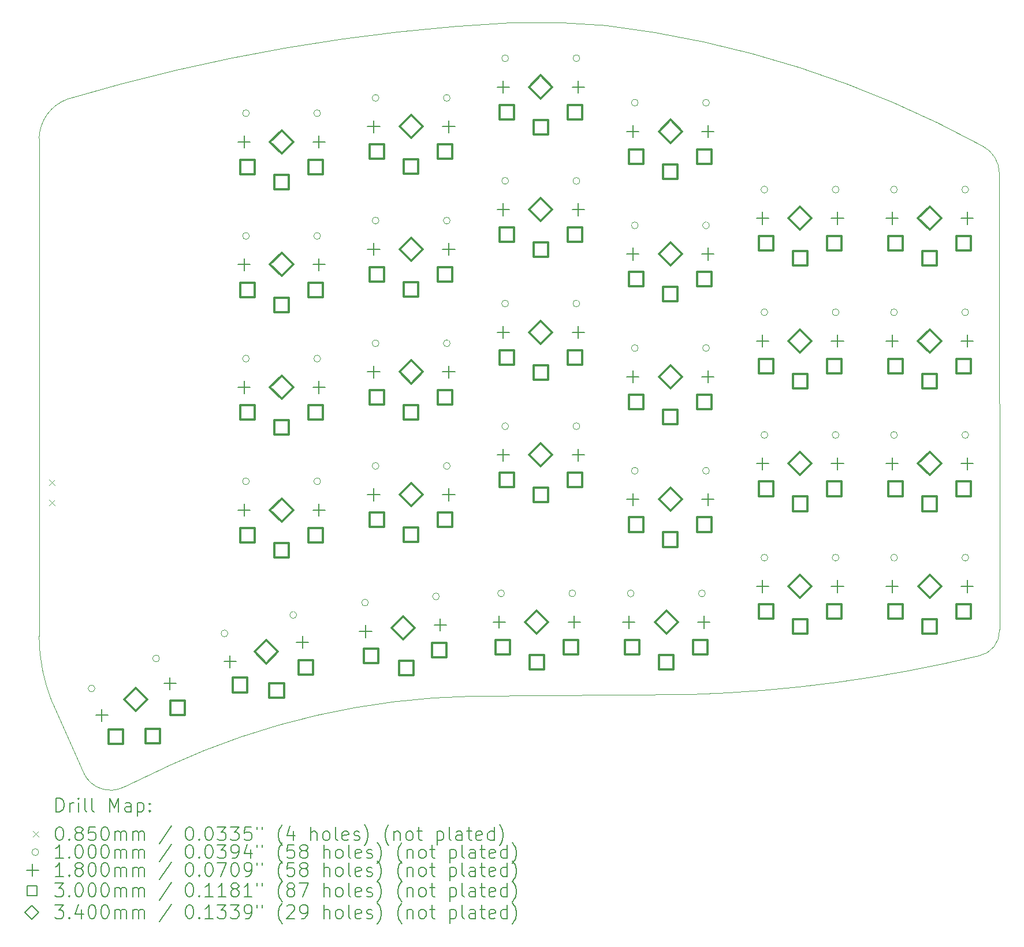
<source format=gbr>
%FSLAX45Y45*%
G04 Gerber Fmt 4.5, Leading zero omitted, Abs format (unit mm)*
G04 Created by KiCad (PCBNEW 6.0.2+dfsg-1) date 2022-11-14 21:07:41*
%MOMM*%
%LPD*%
G01*
G04 APERTURE LIST*
%TA.AperFunction,Profile*%
%ADD10C,0.100000*%
%TD*%
%ADD11C,0.200000*%
%ADD12C,0.085000*%
%ADD13C,0.100000*%
%ADD14C,0.180000*%
%ADD15C,0.300000*%
%ADD16C,0.340000*%
G04 APERTURE END LIST*
D10*
X9745000Y-14265000D02*
X10385000Y-13960000D01*
X18055000Y-12910000D02*
G75*
G03*
X22269607Y-12343529I-667818J20930457D01*
G01*
X16800000Y-3095000D02*
G75*
G03*
X15410000Y-3055000I-993491J-10352566D01*
G01*
X9150000Y-14065000D02*
G75*
G03*
X9745000Y-14265000I394174J187604D01*
G01*
X22320000Y-4860000D02*
G75*
G03*
X16800000Y-3095000I-7321029J-13382020D01*
G01*
X15410000Y-3055000D02*
G75*
G03*
X8910000Y-4175000I1452346J-27850401D01*
G01*
X8685000Y-13020000D02*
X9150000Y-14065000D01*
X14845000Y-12935000D02*
X18055000Y-12910000D01*
X22269607Y-12343529D02*
G75*
G03*
X22575000Y-11960000I-66506J366309D01*
G01*
X22573223Y-5265000D02*
G75*
G03*
X22320000Y-4860000I-455442J-3099D01*
G01*
X8495000Y-4750000D02*
X8495000Y-12055000D01*
X8910000Y-4175000D02*
G75*
G03*
X8495000Y-4750000I216806J-593738D01*
G01*
X8495000Y-12055000D02*
G75*
G03*
X8685000Y-13020000I2649531J20465D01*
G01*
X22573223Y-5265000D02*
X22575000Y-11960000D01*
X14845000Y-12935000D02*
G75*
G03*
X10385000Y-13960000I222671J-11184608D01*
G01*
D11*
D12*
X8640000Y-9752500D02*
X8725000Y-9837500D01*
X8725000Y-9752500D02*
X8640000Y-9837500D01*
X8640000Y-9752500D02*
X8725000Y-9837500D01*
X8725000Y-9752500D02*
X8640000Y-9837500D01*
X8640000Y-10052500D02*
X8725000Y-10137500D01*
X8725000Y-10052500D02*
X8640000Y-10137500D01*
X8640000Y-10052500D02*
X8725000Y-10137500D01*
X8725000Y-10052500D02*
X8640000Y-10137500D01*
D13*
X9314331Y-12821854D02*
G75*
G03*
X9314331Y-12821854I-50000J0D01*
G01*
X10260516Y-12380640D02*
G75*
G03*
X10260516Y-12380640I-50000J0D01*
G01*
X11262520Y-12013052D02*
G75*
G03*
X11262520Y-12013052I-50000J0D01*
G01*
X11578000Y-4381950D02*
G75*
G03*
X11578000Y-4381950I-50000J0D01*
G01*
X11578000Y-6181950D02*
G75*
G03*
X11578000Y-6181950I-50000J0D01*
G01*
X11578000Y-7981950D02*
G75*
G03*
X11578000Y-7981950I-50000J0D01*
G01*
X11578000Y-9781950D02*
G75*
G03*
X11578000Y-9781950I-50000J0D01*
G01*
X12270946Y-11742845D02*
G75*
G03*
X12270946Y-11742845I-50000J0D01*
G01*
X12622000Y-4381950D02*
G75*
G03*
X12622000Y-4381950I-50000J0D01*
G01*
X12622000Y-6181950D02*
G75*
G03*
X12622000Y-6181950I-50000J0D01*
G01*
X12622000Y-7981950D02*
G75*
G03*
X12622000Y-7981950I-50000J0D01*
G01*
X12622000Y-9781950D02*
G75*
G03*
X12622000Y-9781950I-50000J0D01*
G01*
X13323185Y-11561510D02*
G75*
G03*
X13323185Y-11561510I-50000J0D01*
G01*
X13478000Y-4156950D02*
G75*
G03*
X13478000Y-4156950I-50000J0D01*
G01*
X13478000Y-5956950D02*
G75*
G03*
X13478000Y-5956950I-50000J0D01*
G01*
X13478000Y-7756950D02*
G75*
G03*
X13478000Y-7756950I-50000J0D01*
G01*
X13478000Y-9556950D02*
G75*
G03*
X13478000Y-9556950I-50000J0D01*
G01*
X14363212Y-11470520D02*
G75*
G03*
X14363212Y-11470520I-50000J0D01*
G01*
X14522000Y-4156950D02*
G75*
G03*
X14522000Y-4156950I-50000J0D01*
G01*
X14522000Y-5956950D02*
G75*
G03*
X14522000Y-5956950I-50000J0D01*
G01*
X14522000Y-7756950D02*
G75*
G03*
X14522000Y-7756950I-50000J0D01*
G01*
X14522000Y-9556950D02*
G75*
G03*
X14522000Y-9556950I-50000J0D01*
G01*
X15318000Y-11425950D02*
G75*
G03*
X15318000Y-11425950I-50000J0D01*
G01*
X15378000Y-3575000D02*
G75*
G03*
X15378000Y-3575000I-50000J0D01*
G01*
X15378000Y-5374000D02*
G75*
G03*
X15378000Y-5374000I-50000J0D01*
G01*
X15378000Y-7174000D02*
G75*
G03*
X15378000Y-7174000I-50000J0D01*
G01*
X15378000Y-8974000D02*
G75*
G03*
X15378000Y-8974000I-50000J0D01*
G01*
X16362000Y-11425950D02*
G75*
G03*
X16362000Y-11425950I-50000J0D01*
G01*
X16422000Y-3575000D02*
G75*
G03*
X16422000Y-3575000I-50000J0D01*
G01*
X16422000Y-5374000D02*
G75*
G03*
X16422000Y-5374000I-50000J0D01*
G01*
X16422000Y-7174000D02*
G75*
G03*
X16422000Y-7174000I-50000J0D01*
G01*
X16422000Y-8974000D02*
G75*
G03*
X16422000Y-8974000I-50000J0D01*
G01*
X17218000Y-11426950D02*
G75*
G03*
X17218000Y-11426950I-50000J0D01*
G01*
X17278000Y-4226950D02*
G75*
G03*
X17278000Y-4226950I-50000J0D01*
G01*
X17278000Y-6026950D02*
G75*
G03*
X17278000Y-6026950I-50000J0D01*
G01*
X17278000Y-7826950D02*
G75*
G03*
X17278000Y-7826950I-50000J0D01*
G01*
X17278000Y-9626950D02*
G75*
G03*
X17278000Y-9626950I-50000J0D01*
G01*
X18262000Y-11426950D02*
G75*
G03*
X18262000Y-11426950I-50000J0D01*
G01*
X18322000Y-4226950D02*
G75*
G03*
X18322000Y-4226950I-50000J0D01*
G01*
X18322000Y-6026950D02*
G75*
G03*
X18322000Y-6026950I-50000J0D01*
G01*
X18322000Y-7826950D02*
G75*
G03*
X18322000Y-7826950I-50000J0D01*
G01*
X18322000Y-9626950D02*
G75*
G03*
X18322000Y-9626950I-50000J0D01*
G01*
X19178000Y-5501950D02*
G75*
G03*
X19178000Y-5501950I-50000J0D01*
G01*
X19178000Y-7301950D02*
G75*
G03*
X19178000Y-7301950I-50000J0D01*
G01*
X19178000Y-9101950D02*
G75*
G03*
X19178000Y-9101950I-50000J0D01*
G01*
X19178000Y-10901950D02*
G75*
G03*
X19178000Y-10901950I-50000J0D01*
G01*
X20222000Y-5501950D02*
G75*
G03*
X20222000Y-5501950I-50000J0D01*
G01*
X20222000Y-7301950D02*
G75*
G03*
X20222000Y-7301950I-50000J0D01*
G01*
X20222000Y-9101950D02*
G75*
G03*
X20222000Y-9101950I-50000J0D01*
G01*
X20222000Y-10901950D02*
G75*
G03*
X20222000Y-10901950I-50000J0D01*
G01*
X21078000Y-5501950D02*
G75*
G03*
X21078000Y-5501950I-50000J0D01*
G01*
X21078000Y-7301950D02*
G75*
G03*
X21078000Y-7301950I-50000J0D01*
G01*
X21078000Y-9101950D02*
G75*
G03*
X21078000Y-9101950I-50000J0D01*
G01*
X21079249Y-10901950D02*
G75*
G03*
X21079249Y-10901950I-50000J0D01*
G01*
X22122000Y-5501950D02*
G75*
G03*
X22122000Y-5501950I-50000J0D01*
G01*
X22122000Y-7301950D02*
G75*
G03*
X22122000Y-7301950I-50000J0D01*
G01*
X22122000Y-9101950D02*
G75*
G03*
X22122000Y-9101950I-50000J0D01*
G01*
X22123249Y-10901950D02*
G75*
G03*
X22123249Y-10901950I-50000J0D01*
G01*
D14*
X9416454Y-13124336D02*
X9416454Y-13304336D01*
X9326454Y-13214336D02*
X9506454Y-13214336D01*
X10413393Y-12659456D02*
X10413393Y-12839456D01*
X10323393Y-12749456D02*
X10503393Y-12749456D01*
X11294178Y-12335988D02*
X11294178Y-12515988D01*
X11204178Y-12425988D02*
X11384178Y-12425988D01*
X11500000Y-4711950D02*
X11500000Y-4891950D01*
X11410000Y-4801950D02*
X11590000Y-4801950D01*
X11500000Y-6511950D02*
X11500000Y-6691950D01*
X11410000Y-6601950D02*
X11590000Y-6601950D01*
X11500000Y-8311950D02*
X11500000Y-8491950D01*
X11410000Y-8401950D02*
X11590000Y-8401950D01*
X11500000Y-10111950D02*
X11500000Y-10291950D01*
X11410000Y-10201950D02*
X11590000Y-10201950D01*
X12356696Y-12051287D02*
X12356696Y-12231287D01*
X12266696Y-12141287D02*
X12446696Y-12141287D01*
X12600000Y-4711950D02*
X12600000Y-4891950D01*
X12510000Y-4801950D02*
X12690000Y-4801950D01*
X12600000Y-6511950D02*
X12600000Y-6691950D01*
X12510000Y-6601950D02*
X12690000Y-6601950D01*
X12600000Y-8311950D02*
X12600000Y-8491950D01*
X12510000Y-8401950D02*
X12690000Y-8401950D01*
X12600000Y-10111950D02*
X12600000Y-10291950D01*
X12510000Y-10201950D02*
X12690000Y-10201950D01*
X13281897Y-11892352D02*
X13281897Y-12072352D01*
X13191897Y-11982352D02*
X13371897Y-11982352D01*
X13400000Y-4486950D02*
X13400000Y-4666950D01*
X13310000Y-4576950D02*
X13490000Y-4576950D01*
X13400000Y-6286950D02*
X13400000Y-6466950D01*
X13310000Y-6376950D02*
X13490000Y-6376950D01*
X13400000Y-8086950D02*
X13400000Y-8266950D01*
X13310000Y-8176950D02*
X13490000Y-8176950D01*
X13400000Y-9886950D02*
X13400000Y-10066950D01*
X13310000Y-9976950D02*
X13490000Y-9976950D01*
X14377711Y-11796481D02*
X14377711Y-11976481D01*
X14287711Y-11886481D02*
X14467711Y-11886481D01*
X14500000Y-4486950D02*
X14500000Y-4666950D01*
X14410000Y-4576950D02*
X14590000Y-4576950D01*
X14500000Y-6286950D02*
X14500000Y-6466950D01*
X14410000Y-6376950D02*
X14590000Y-6376950D01*
X14500000Y-8086950D02*
X14500000Y-8266950D01*
X14410000Y-8176950D02*
X14590000Y-8176950D01*
X14500000Y-9886950D02*
X14500000Y-10066950D01*
X14410000Y-9976950D02*
X14590000Y-9976950D01*
X15240000Y-11755950D02*
X15240000Y-11935950D01*
X15150000Y-11845950D02*
X15330000Y-11845950D01*
X15300000Y-3905000D02*
X15300000Y-4085000D01*
X15210000Y-3995000D02*
X15390000Y-3995000D01*
X15300000Y-5704000D02*
X15300000Y-5884000D01*
X15210000Y-5794000D02*
X15390000Y-5794000D01*
X15300000Y-7504000D02*
X15300000Y-7684000D01*
X15210000Y-7594000D02*
X15390000Y-7594000D01*
X15300000Y-9304000D02*
X15300000Y-9484000D01*
X15210000Y-9394000D02*
X15390000Y-9394000D01*
X16340000Y-11755950D02*
X16340000Y-11935950D01*
X16250000Y-11845950D02*
X16430000Y-11845950D01*
X16400000Y-3905000D02*
X16400000Y-4085000D01*
X16310000Y-3995000D02*
X16490000Y-3995000D01*
X16400000Y-5704000D02*
X16400000Y-5884000D01*
X16310000Y-5794000D02*
X16490000Y-5794000D01*
X16400000Y-7504000D02*
X16400000Y-7684000D01*
X16310000Y-7594000D02*
X16490000Y-7594000D01*
X16400000Y-9304000D02*
X16400000Y-9484000D01*
X16310000Y-9394000D02*
X16490000Y-9394000D01*
X17140000Y-11756950D02*
X17140000Y-11936950D01*
X17050000Y-11846950D02*
X17230000Y-11846950D01*
X17200000Y-4556950D02*
X17200000Y-4736950D01*
X17110000Y-4646950D02*
X17290000Y-4646950D01*
X17200000Y-6356950D02*
X17200000Y-6536950D01*
X17110000Y-6446950D02*
X17290000Y-6446950D01*
X17200000Y-8156950D02*
X17200000Y-8336950D01*
X17110000Y-8246950D02*
X17290000Y-8246950D01*
X17200000Y-9956950D02*
X17200000Y-10136950D01*
X17110000Y-10046950D02*
X17290000Y-10046950D01*
X18240000Y-11756950D02*
X18240000Y-11936950D01*
X18150000Y-11846950D02*
X18330000Y-11846950D01*
X18300000Y-4556950D02*
X18300000Y-4736950D01*
X18210000Y-4646950D02*
X18390000Y-4646950D01*
X18300000Y-6356950D02*
X18300000Y-6536950D01*
X18210000Y-6446950D02*
X18390000Y-6446950D01*
X18300000Y-8156950D02*
X18300000Y-8336950D01*
X18210000Y-8246950D02*
X18390000Y-8246950D01*
X18300000Y-9956950D02*
X18300000Y-10136950D01*
X18210000Y-10046950D02*
X18390000Y-10046950D01*
X19100000Y-5831950D02*
X19100000Y-6011950D01*
X19010000Y-5921950D02*
X19190000Y-5921950D01*
X19100000Y-7631950D02*
X19100000Y-7811950D01*
X19010000Y-7721950D02*
X19190000Y-7721950D01*
X19100000Y-9431950D02*
X19100000Y-9611950D01*
X19010000Y-9521950D02*
X19190000Y-9521950D01*
X19100000Y-11231950D02*
X19100000Y-11411950D01*
X19010000Y-11321950D02*
X19190000Y-11321950D01*
X20200000Y-5831950D02*
X20200000Y-6011950D01*
X20110000Y-5921950D02*
X20290000Y-5921950D01*
X20200000Y-7631950D02*
X20200000Y-7811950D01*
X20110000Y-7721950D02*
X20290000Y-7721950D01*
X20200000Y-9431950D02*
X20200000Y-9611950D01*
X20110000Y-9521950D02*
X20290000Y-9521950D01*
X20200000Y-11231950D02*
X20200000Y-11411950D01*
X20110000Y-11321950D02*
X20290000Y-11321950D01*
X21000000Y-5831950D02*
X21000000Y-6011950D01*
X20910000Y-5921950D02*
X21090000Y-5921950D01*
X21000000Y-7631950D02*
X21000000Y-7811950D01*
X20910000Y-7721950D02*
X21090000Y-7721950D01*
X21000000Y-9431950D02*
X21000000Y-9611950D01*
X20910000Y-9521950D02*
X21090000Y-9521950D01*
X21001249Y-11231950D02*
X21001249Y-11411950D01*
X20911249Y-11321950D02*
X21091249Y-11321950D01*
X22100000Y-5831950D02*
X22100000Y-6011950D01*
X22010000Y-5921950D02*
X22190000Y-5921950D01*
X22100000Y-7631950D02*
X22100000Y-7811950D01*
X22010000Y-7721950D02*
X22190000Y-7721950D01*
X22100000Y-9431950D02*
X22100000Y-9611950D01*
X22010000Y-9521950D02*
X22190000Y-9521950D01*
X22101249Y-11231950D02*
X22101249Y-11411950D01*
X22011249Y-11321950D02*
X22191249Y-11321950D01*
D15*
X9724205Y-13634606D02*
X9724205Y-13422472D01*
X9512071Y-13422472D01*
X9512071Y-13634606D01*
X9724205Y-13634606D01*
X10270335Y-13622685D02*
X10270335Y-13410551D01*
X10058201Y-13410551D01*
X10058201Y-13622685D01*
X10270335Y-13622685D01*
X10630513Y-13211988D02*
X10630513Y-12999854D01*
X10418379Y-12999854D01*
X10418379Y-13211988D01*
X10630513Y-13211988D01*
X11544304Y-12876507D02*
X11544304Y-12664373D01*
X11332170Y-12664373D01*
X11332170Y-12876507D01*
X11544304Y-12876507D01*
X11656067Y-5278017D02*
X11656067Y-5065883D01*
X11443933Y-5065883D01*
X11443933Y-5278017D01*
X11656067Y-5278017D01*
X11656067Y-7078017D02*
X11656067Y-6865883D01*
X11443933Y-6865883D01*
X11443933Y-7078017D01*
X11656067Y-7078017D01*
X11656067Y-8878017D02*
X11656067Y-8665883D01*
X11443933Y-8665883D01*
X11443933Y-8878017D01*
X11656067Y-8878017D01*
X11656067Y-10678017D02*
X11656067Y-10465883D01*
X11443933Y-10465883D01*
X11443933Y-10678017D01*
X11656067Y-10678017D01*
X12084207Y-12959601D02*
X12084207Y-12747467D01*
X11872073Y-12747467D01*
X11872073Y-12959601D01*
X12084207Y-12959601D01*
X12156067Y-5498017D02*
X12156067Y-5285883D01*
X11943933Y-5285883D01*
X11943933Y-5498017D01*
X12156067Y-5498017D01*
X12156067Y-7298017D02*
X12156067Y-7085883D01*
X11943933Y-7085883D01*
X11943933Y-7298017D01*
X12156067Y-7298017D01*
X12156067Y-9098017D02*
X12156067Y-8885883D01*
X11943933Y-8885883D01*
X11943933Y-9098017D01*
X12156067Y-9098017D01*
X12156067Y-10898017D02*
X12156067Y-10685883D01*
X11943933Y-10685883D01*
X11943933Y-10898017D01*
X12156067Y-10898017D01*
X12510230Y-12617687D02*
X12510230Y-12405553D01*
X12298096Y-12405553D01*
X12298096Y-12617687D01*
X12510230Y-12617687D01*
X12656067Y-5278017D02*
X12656067Y-5065883D01*
X12443933Y-5065883D01*
X12443933Y-5278017D01*
X12656067Y-5278017D01*
X12656067Y-7078017D02*
X12656067Y-6865883D01*
X12443933Y-6865883D01*
X12443933Y-7078017D01*
X12656067Y-7078017D01*
X12656067Y-8878017D02*
X12656067Y-8665883D01*
X12443933Y-8665883D01*
X12443933Y-8878017D01*
X12656067Y-8878017D01*
X12656067Y-10678017D02*
X12656067Y-10465883D01*
X12443933Y-10465883D01*
X12443933Y-10678017D01*
X12656067Y-10678017D01*
X13470021Y-12452654D02*
X13470021Y-12240520D01*
X13257887Y-12240520D01*
X13257887Y-12452654D01*
X13470021Y-12452654D01*
X13556067Y-5053017D02*
X13556067Y-4840883D01*
X13343933Y-4840883D01*
X13343933Y-5053017D01*
X13556067Y-5053017D01*
X13556067Y-6853017D02*
X13556067Y-6640883D01*
X13343933Y-6640883D01*
X13343933Y-6853017D01*
X13556067Y-6853017D01*
X13556067Y-8653017D02*
X13556067Y-8440883D01*
X13343933Y-8440883D01*
X13343933Y-8653017D01*
X13556067Y-8653017D01*
X13556067Y-10453017D02*
X13556067Y-10240883D01*
X13343933Y-10240883D01*
X13343933Y-10453017D01*
X13556067Y-10453017D01*
X13987293Y-12628239D02*
X13987293Y-12416105D01*
X13775159Y-12416105D01*
X13775159Y-12628239D01*
X13987293Y-12628239D01*
X14056067Y-5273017D02*
X14056067Y-5060883D01*
X13843933Y-5060883D01*
X13843933Y-5273017D01*
X14056067Y-5273017D01*
X14056067Y-7073017D02*
X14056067Y-6860883D01*
X13843933Y-6860883D01*
X13843933Y-7073017D01*
X14056067Y-7073017D01*
X14056067Y-8873017D02*
X14056067Y-8660883D01*
X13843933Y-8660883D01*
X13843933Y-8873017D01*
X14056067Y-8873017D01*
X14056067Y-10673017D02*
X14056067Y-10460883D01*
X13843933Y-10460883D01*
X13843933Y-10673017D01*
X14056067Y-10673017D01*
X14466216Y-12365498D02*
X14466216Y-12153364D01*
X14254082Y-12153364D01*
X14254082Y-12365498D01*
X14466216Y-12365498D01*
X14556067Y-5053017D02*
X14556067Y-4840883D01*
X14343933Y-4840883D01*
X14343933Y-5053017D01*
X14556067Y-5053017D01*
X14556067Y-6853017D02*
X14556067Y-6640883D01*
X14343933Y-6640883D01*
X14343933Y-6853017D01*
X14556067Y-6853017D01*
X14556067Y-8653017D02*
X14556067Y-8440883D01*
X14343933Y-8440883D01*
X14343933Y-8653017D01*
X14556067Y-8653017D01*
X14556067Y-10453017D02*
X14556067Y-10240883D01*
X14343933Y-10240883D01*
X14343933Y-10453017D01*
X14556067Y-10453017D01*
X15396067Y-12322017D02*
X15396067Y-12109883D01*
X15183933Y-12109883D01*
X15183933Y-12322017D01*
X15396067Y-12322017D01*
X15456067Y-4471067D02*
X15456067Y-4258933D01*
X15243933Y-4258933D01*
X15243933Y-4471067D01*
X15456067Y-4471067D01*
X15456067Y-6270067D02*
X15456067Y-6057933D01*
X15243933Y-6057933D01*
X15243933Y-6270067D01*
X15456067Y-6270067D01*
X15456067Y-8070067D02*
X15456067Y-7857933D01*
X15243933Y-7857933D01*
X15243933Y-8070067D01*
X15456067Y-8070067D01*
X15456067Y-9870067D02*
X15456067Y-9657933D01*
X15243933Y-9657933D01*
X15243933Y-9870067D01*
X15456067Y-9870067D01*
X15896067Y-12542017D02*
X15896067Y-12329883D01*
X15683933Y-12329883D01*
X15683933Y-12542017D01*
X15896067Y-12542017D01*
X15956067Y-4691067D02*
X15956067Y-4478933D01*
X15743933Y-4478933D01*
X15743933Y-4691067D01*
X15956067Y-4691067D01*
X15956067Y-6490067D02*
X15956067Y-6277933D01*
X15743933Y-6277933D01*
X15743933Y-6490067D01*
X15956067Y-6490067D01*
X15956067Y-8290067D02*
X15956067Y-8077933D01*
X15743933Y-8077933D01*
X15743933Y-8290067D01*
X15956067Y-8290067D01*
X15956067Y-10090067D02*
X15956067Y-9877933D01*
X15743933Y-9877933D01*
X15743933Y-10090067D01*
X15956067Y-10090067D01*
X16396067Y-12322017D02*
X16396067Y-12109883D01*
X16183933Y-12109883D01*
X16183933Y-12322017D01*
X16396067Y-12322017D01*
X16456067Y-4471067D02*
X16456067Y-4258933D01*
X16243933Y-4258933D01*
X16243933Y-4471067D01*
X16456067Y-4471067D01*
X16456067Y-6270067D02*
X16456067Y-6057933D01*
X16243933Y-6057933D01*
X16243933Y-6270067D01*
X16456067Y-6270067D01*
X16456067Y-8070067D02*
X16456067Y-7857933D01*
X16243933Y-7857933D01*
X16243933Y-8070067D01*
X16456067Y-8070067D01*
X16456067Y-9870067D02*
X16456067Y-9657933D01*
X16243933Y-9657933D01*
X16243933Y-9870067D01*
X16456067Y-9870067D01*
X17296067Y-12323017D02*
X17296067Y-12110883D01*
X17083933Y-12110883D01*
X17083933Y-12323017D01*
X17296067Y-12323017D01*
X17356067Y-5123017D02*
X17356067Y-4910883D01*
X17143933Y-4910883D01*
X17143933Y-5123017D01*
X17356067Y-5123017D01*
X17356067Y-6923017D02*
X17356067Y-6710883D01*
X17143933Y-6710883D01*
X17143933Y-6923017D01*
X17356067Y-6923017D01*
X17356067Y-8723017D02*
X17356067Y-8510883D01*
X17143933Y-8510883D01*
X17143933Y-8723017D01*
X17356067Y-8723017D01*
X17356067Y-10523017D02*
X17356067Y-10310883D01*
X17143933Y-10310883D01*
X17143933Y-10523017D01*
X17356067Y-10523017D01*
X17796067Y-12543017D02*
X17796067Y-12330883D01*
X17583933Y-12330883D01*
X17583933Y-12543017D01*
X17796067Y-12543017D01*
X17856067Y-5343017D02*
X17856067Y-5130883D01*
X17643933Y-5130883D01*
X17643933Y-5343017D01*
X17856067Y-5343017D01*
X17856067Y-7143017D02*
X17856067Y-6930883D01*
X17643933Y-6930883D01*
X17643933Y-7143017D01*
X17856067Y-7143017D01*
X17856067Y-8943017D02*
X17856067Y-8730883D01*
X17643933Y-8730883D01*
X17643933Y-8943017D01*
X17856067Y-8943017D01*
X17856067Y-10743017D02*
X17856067Y-10530883D01*
X17643933Y-10530883D01*
X17643933Y-10743017D01*
X17856067Y-10743017D01*
X18296067Y-12323017D02*
X18296067Y-12110883D01*
X18083933Y-12110883D01*
X18083933Y-12323017D01*
X18296067Y-12323017D01*
X18356067Y-5123017D02*
X18356067Y-4910883D01*
X18143933Y-4910883D01*
X18143933Y-5123017D01*
X18356067Y-5123017D01*
X18356067Y-6923017D02*
X18356067Y-6710883D01*
X18143933Y-6710883D01*
X18143933Y-6923017D01*
X18356067Y-6923017D01*
X18356067Y-8723017D02*
X18356067Y-8510883D01*
X18143933Y-8510883D01*
X18143933Y-8723017D01*
X18356067Y-8723017D01*
X18356067Y-10523017D02*
X18356067Y-10310883D01*
X18143933Y-10310883D01*
X18143933Y-10523017D01*
X18356067Y-10523017D01*
X19256067Y-6398017D02*
X19256067Y-6185883D01*
X19043933Y-6185883D01*
X19043933Y-6398017D01*
X19256067Y-6398017D01*
X19256067Y-8198017D02*
X19256067Y-7985883D01*
X19043933Y-7985883D01*
X19043933Y-8198017D01*
X19256067Y-8198017D01*
X19256067Y-9998017D02*
X19256067Y-9785883D01*
X19043933Y-9785883D01*
X19043933Y-9998017D01*
X19256067Y-9998017D01*
X19256067Y-11798017D02*
X19256067Y-11585883D01*
X19043933Y-11585883D01*
X19043933Y-11798017D01*
X19256067Y-11798017D01*
X19756067Y-6618017D02*
X19756067Y-6405883D01*
X19543933Y-6405883D01*
X19543933Y-6618017D01*
X19756067Y-6618017D01*
X19756067Y-8418017D02*
X19756067Y-8205883D01*
X19543933Y-8205883D01*
X19543933Y-8418017D01*
X19756067Y-8418017D01*
X19756067Y-10218017D02*
X19756067Y-10005883D01*
X19543933Y-10005883D01*
X19543933Y-10218017D01*
X19756067Y-10218017D01*
X19756067Y-12018017D02*
X19756067Y-11805883D01*
X19543933Y-11805883D01*
X19543933Y-12018017D01*
X19756067Y-12018017D01*
X20256067Y-6398017D02*
X20256067Y-6185883D01*
X20043933Y-6185883D01*
X20043933Y-6398017D01*
X20256067Y-6398017D01*
X20256067Y-8198017D02*
X20256067Y-7985883D01*
X20043933Y-7985883D01*
X20043933Y-8198017D01*
X20256067Y-8198017D01*
X20256067Y-9998017D02*
X20256067Y-9785883D01*
X20043933Y-9785883D01*
X20043933Y-9998017D01*
X20256067Y-9998017D01*
X20256067Y-11798017D02*
X20256067Y-11585883D01*
X20043933Y-11585883D01*
X20043933Y-11798017D01*
X20256067Y-11798017D01*
X21156067Y-6398017D02*
X21156067Y-6185883D01*
X20943933Y-6185883D01*
X20943933Y-6398017D01*
X21156067Y-6398017D01*
X21156067Y-8198017D02*
X21156067Y-7985883D01*
X20943933Y-7985883D01*
X20943933Y-8198017D01*
X21156067Y-8198017D01*
X21156067Y-9998017D02*
X21156067Y-9785883D01*
X20943933Y-9785883D01*
X20943933Y-9998017D01*
X21156067Y-9998017D01*
X21157316Y-11798017D02*
X21157316Y-11585883D01*
X20945182Y-11585883D01*
X20945182Y-11798017D01*
X21157316Y-11798017D01*
X21656067Y-6618017D02*
X21656067Y-6405883D01*
X21443933Y-6405883D01*
X21443933Y-6618017D01*
X21656067Y-6618017D01*
X21656067Y-8418017D02*
X21656067Y-8205883D01*
X21443933Y-8205883D01*
X21443933Y-8418017D01*
X21656067Y-8418017D01*
X21656067Y-10218017D02*
X21656067Y-10005883D01*
X21443933Y-10005883D01*
X21443933Y-10218017D01*
X21656067Y-10218017D01*
X21657316Y-12018017D02*
X21657316Y-11805883D01*
X21445182Y-11805883D01*
X21445182Y-12018017D01*
X21657316Y-12018017D01*
X22156067Y-6398017D02*
X22156067Y-6185883D01*
X21943933Y-6185883D01*
X21943933Y-6398017D01*
X22156067Y-6398017D01*
X22156067Y-8198017D02*
X22156067Y-7985883D01*
X21943933Y-7985883D01*
X21943933Y-8198017D01*
X22156067Y-8198017D01*
X22156067Y-9998017D02*
X22156067Y-9785883D01*
X21943933Y-9785883D01*
X21943933Y-9998017D01*
X22156067Y-9998017D01*
X22157316Y-11798017D02*
X22157316Y-11585883D01*
X21945182Y-11585883D01*
X21945182Y-11798017D01*
X22157316Y-11798017D01*
D16*
X9914923Y-13151896D02*
X10084923Y-12981896D01*
X9914923Y-12811896D01*
X9744923Y-12981896D01*
X9914923Y-13151896D01*
X11825437Y-12453637D02*
X11995437Y-12283637D01*
X11825437Y-12113637D01*
X11655437Y-12283637D01*
X11825437Y-12453637D01*
X12050000Y-4971950D02*
X12220000Y-4801950D01*
X12050000Y-4631950D01*
X11880000Y-4801950D01*
X12050000Y-4971950D01*
X12050000Y-6771950D02*
X12220000Y-6601950D01*
X12050000Y-6431950D01*
X11880000Y-6601950D01*
X12050000Y-6771950D01*
X12050000Y-8571950D02*
X12220000Y-8401950D01*
X12050000Y-8231950D01*
X11880000Y-8401950D01*
X12050000Y-8571950D01*
X12050000Y-10371950D02*
X12220000Y-10201950D01*
X12050000Y-10031950D01*
X11880000Y-10201950D01*
X12050000Y-10371950D01*
X13829804Y-12104417D02*
X13999804Y-11934417D01*
X13829804Y-11764417D01*
X13659804Y-11934417D01*
X13829804Y-12104417D01*
X13950000Y-4746950D02*
X14120000Y-4576950D01*
X13950000Y-4406950D01*
X13780000Y-4576950D01*
X13950000Y-4746950D01*
X13950000Y-6546950D02*
X14120000Y-6376950D01*
X13950000Y-6206950D01*
X13780000Y-6376950D01*
X13950000Y-6546950D01*
X13950000Y-8346950D02*
X14120000Y-8176950D01*
X13950000Y-8006950D01*
X13780000Y-8176950D01*
X13950000Y-8346950D01*
X13950000Y-10146950D02*
X14120000Y-9976950D01*
X13950000Y-9806950D01*
X13780000Y-9976950D01*
X13950000Y-10146950D01*
X15790000Y-12015950D02*
X15960000Y-11845950D01*
X15790000Y-11675950D01*
X15620000Y-11845950D01*
X15790000Y-12015950D01*
X15850000Y-4165000D02*
X16020000Y-3995000D01*
X15850000Y-3825000D01*
X15680000Y-3995000D01*
X15850000Y-4165000D01*
X15850000Y-5964000D02*
X16020000Y-5794000D01*
X15850000Y-5624000D01*
X15680000Y-5794000D01*
X15850000Y-5964000D01*
X15850000Y-7764000D02*
X16020000Y-7594000D01*
X15850000Y-7424000D01*
X15680000Y-7594000D01*
X15850000Y-7764000D01*
X15850000Y-9564000D02*
X16020000Y-9394000D01*
X15850000Y-9224000D01*
X15680000Y-9394000D01*
X15850000Y-9564000D01*
X17690000Y-12016950D02*
X17860000Y-11846950D01*
X17690000Y-11676950D01*
X17520000Y-11846950D01*
X17690000Y-12016950D01*
X17750000Y-4816950D02*
X17920000Y-4646950D01*
X17750000Y-4476950D01*
X17580000Y-4646950D01*
X17750000Y-4816950D01*
X17750000Y-6616950D02*
X17920000Y-6446950D01*
X17750000Y-6276950D01*
X17580000Y-6446950D01*
X17750000Y-6616950D01*
X17750000Y-8416950D02*
X17920000Y-8246950D01*
X17750000Y-8076950D01*
X17580000Y-8246950D01*
X17750000Y-8416950D01*
X17750000Y-10216950D02*
X17920000Y-10046950D01*
X17750000Y-9876950D01*
X17580000Y-10046950D01*
X17750000Y-10216950D01*
X19650000Y-6091950D02*
X19820000Y-5921950D01*
X19650000Y-5751950D01*
X19480000Y-5921950D01*
X19650000Y-6091950D01*
X19650000Y-7891950D02*
X19820000Y-7721950D01*
X19650000Y-7551950D01*
X19480000Y-7721950D01*
X19650000Y-7891950D01*
X19650000Y-9691950D02*
X19820000Y-9521950D01*
X19650000Y-9351950D01*
X19480000Y-9521950D01*
X19650000Y-9691950D01*
X19650000Y-11491950D02*
X19820000Y-11321950D01*
X19650000Y-11151950D01*
X19480000Y-11321950D01*
X19650000Y-11491950D01*
X21550000Y-6091950D02*
X21720000Y-5921950D01*
X21550000Y-5751950D01*
X21380000Y-5921950D01*
X21550000Y-6091950D01*
X21550000Y-7891950D02*
X21720000Y-7721950D01*
X21550000Y-7551950D01*
X21380000Y-7721950D01*
X21550000Y-7891950D01*
X21550000Y-9691950D02*
X21720000Y-9521950D01*
X21550000Y-9351950D01*
X21380000Y-9521950D01*
X21550000Y-9691950D01*
X21551249Y-11491950D02*
X21721249Y-11321950D01*
X21551249Y-11151950D01*
X21381249Y-11321950D01*
X21551249Y-11491950D01*
D11*
X8747619Y-14629413D02*
X8747619Y-14429413D01*
X8795238Y-14429413D01*
X8823810Y-14438937D01*
X8842857Y-14457985D01*
X8852381Y-14477032D01*
X8861905Y-14515128D01*
X8861905Y-14543699D01*
X8852381Y-14581794D01*
X8842857Y-14600842D01*
X8823810Y-14619889D01*
X8795238Y-14629413D01*
X8747619Y-14629413D01*
X8947619Y-14629413D02*
X8947619Y-14496080D01*
X8947619Y-14534175D02*
X8957143Y-14515128D01*
X8966667Y-14505604D01*
X8985714Y-14496080D01*
X9004762Y-14496080D01*
X9071429Y-14629413D02*
X9071429Y-14496080D01*
X9071429Y-14429413D02*
X9061905Y-14438937D01*
X9071429Y-14448461D01*
X9080952Y-14438937D01*
X9071429Y-14429413D01*
X9071429Y-14448461D01*
X9195238Y-14629413D02*
X9176190Y-14619889D01*
X9166667Y-14600842D01*
X9166667Y-14429413D01*
X9300000Y-14629413D02*
X9280952Y-14619889D01*
X9271429Y-14600842D01*
X9271429Y-14429413D01*
X9528571Y-14629413D02*
X9528571Y-14429413D01*
X9595238Y-14572270D01*
X9661905Y-14429413D01*
X9661905Y-14629413D01*
X9842857Y-14629413D02*
X9842857Y-14524651D01*
X9833333Y-14505604D01*
X9814286Y-14496080D01*
X9776190Y-14496080D01*
X9757143Y-14505604D01*
X9842857Y-14619889D02*
X9823810Y-14629413D01*
X9776190Y-14629413D01*
X9757143Y-14619889D01*
X9747619Y-14600842D01*
X9747619Y-14581794D01*
X9757143Y-14562747D01*
X9776190Y-14553223D01*
X9823810Y-14553223D01*
X9842857Y-14543699D01*
X9938095Y-14496080D02*
X9938095Y-14696080D01*
X9938095Y-14505604D02*
X9957143Y-14496080D01*
X9995238Y-14496080D01*
X10014286Y-14505604D01*
X10023810Y-14515128D01*
X10033333Y-14534175D01*
X10033333Y-14591318D01*
X10023810Y-14610366D01*
X10014286Y-14619889D01*
X9995238Y-14629413D01*
X9957143Y-14629413D01*
X9938095Y-14619889D01*
X10119048Y-14610366D02*
X10128571Y-14619889D01*
X10119048Y-14629413D01*
X10109524Y-14619889D01*
X10119048Y-14610366D01*
X10119048Y-14629413D01*
X10119048Y-14505604D02*
X10128571Y-14515128D01*
X10119048Y-14524651D01*
X10109524Y-14515128D01*
X10119048Y-14505604D01*
X10119048Y-14524651D01*
D12*
X8405000Y-14916437D02*
X8490000Y-15001437D01*
X8490000Y-14916437D02*
X8405000Y-15001437D01*
D11*
X8785714Y-14849413D02*
X8804762Y-14849413D01*
X8823810Y-14858937D01*
X8833333Y-14868461D01*
X8842857Y-14887509D01*
X8852381Y-14925604D01*
X8852381Y-14973223D01*
X8842857Y-15011318D01*
X8833333Y-15030366D01*
X8823810Y-15039889D01*
X8804762Y-15049413D01*
X8785714Y-15049413D01*
X8766667Y-15039889D01*
X8757143Y-15030366D01*
X8747619Y-15011318D01*
X8738095Y-14973223D01*
X8738095Y-14925604D01*
X8747619Y-14887509D01*
X8757143Y-14868461D01*
X8766667Y-14858937D01*
X8785714Y-14849413D01*
X8938095Y-15030366D02*
X8947619Y-15039889D01*
X8938095Y-15049413D01*
X8928571Y-15039889D01*
X8938095Y-15030366D01*
X8938095Y-15049413D01*
X9061905Y-14935128D02*
X9042857Y-14925604D01*
X9033333Y-14916080D01*
X9023810Y-14897032D01*
X9023810Y-14887509D01*
X9033333Y-14868461D01*
X9042857Y-14858937D01*
X9061905Y-14849413D01*
X9100000Y-14849413D01*
X9119048Y-14858937D01*
X9128571Y-14868461D01*
X9138095Y-14887509D01*
X9138095Y-14897032D01*
X9128571Y-14916080D01*
X9119048Y-14925604D01*
X9100000Y-14935128D01*
X9061905Y-14935128D01*
X9042857Y-14944651D01*
X9033333Y-14954175D01*
X9023810Y-14973223D01*
X9023810Y-15011318D01*
X9033333Y-15030366D01*
X9042857Y-15039889D01*
X9061905Y-15049413D01*
X9100000Y-15049413D01*
X9119048Y-15039889D01*
X9128571Y-15030366D01*
X9138095Y-15011318D01*
X9138095Y-14973223D01*
X9128571Y-14954175D01*
X9119048Y-14944651D01*
X9100000Y-14935128D01*
X9319048Y-14849413D02*
X9223810Y-14849413D01*
X9214286Y-14944651D01*
X9223810Y-14935128D01*
X9242857Y-14925604D01*
X9290476Y-14925604D01*
X9309524Y-14935128D01*
X9319048Y-14944651D01*
X9328571Y-14963699D01*
X9328571Y-15011318D01*
X9319048Y-15030366D01*
X9309524Y-15039889D01*
X9290476Y-15049413D01*
X9242857Y-15049413D01*
X9223810Y-15039889D01*
X9214286Y-15030366D01*
X9452381Y-14849413D02*
X9471429Y-14849413D01*
X9490476Y-14858937D01*
X9500000Y-14868461D01*
X9509524Y-14887509D01*
X9519048Y-14925604D01*
X9519048Y-14973223D01*
X9509524Y-15011318D01*
X9500000Y-15030366D01*
X9490476Y-15039889D01*
X9471429Y-15049413D01*
X9452381Y-15049413D01*
X9433333Y-15039889D01*
X9423810Y-15030366D01*
X9414286Y-15011318D01*
X9404762Y-14973223D01*
X9404762Y-14925604D01*
X9414286Y-14887509D01*
X9423810Y-14868461D01*
X9433333Y-14858937D01*
X9452381Y-14849413D01*
X9604762Y-15049413D02*
X9604762Y-14916080D01*
X9604762Y-14935128D02*
X9614286Y-14925604D01*
X9633333Y-14916080D01*
X9661905Y-14916080D01*
X9680952Y-14925604D01*
X9690476Y-14944651D01*
X9690476Y-15049413D01*
X9690476Y-14944651D02*
X9700000Y-14925604D01*
X9719048Y-14916080D01*
X9747619Y-14916080D01*
X9766667Y-14925604D01*
X9776190Y-14944651D01*
X9776190Y-15049413D01*
X9871429Y-15049413D02*
X9871429Y-14916080D01*
X9871429Y-14935128D02*
X9880952Y-14925604D01*
X9900000Y-14916080D01*
X9928571Y-14916080D01*
X9947619Y-14925604D01*
X9957143Y-14944651D01*
X9957143Y-15049413D01*
X9957143Y-14944651D02*
X9966667Y-14925604D01*
X9985714Y-14916080D01*
X10014286Y-14916080D01*
X10033333Y-14925604D01*
X10042857Y-14944651D01*
X10042857Y-15049413D01*
X10433333Y-14839889D02*
X10261905Y-15097032D01*
X10690476Y-14849413D02*
X10709524Y-14849413D01*
X10728571Y-14858937D01*
X10738095Y-14868461D01*
X10747619Y-14887509D01*
X10757143Y-14925604D01*
X10757143Y-14973223D01*
X10747619Y-15011318D01*
X10738095Y-15030366D01*
X10728571Y-15039889D01*
X10709524Y-15049413D01*
X10690476Y-15049413D01*
X10671429Y-15039889D01*
X10661905Y-15030366D01*
X10652381Y-15011318D01*
X10642857Y-14973223D01*
X10642857Y-14925604D01*
X10652381Y-14887509D01*
X10661905Y-14868461D01*
X10671429Y-14858937D01*
X10690476Y-14849413D01*
X10842857Y-15030366D02*
X10852381Y-15039889D01*
X10842857Y-15049413D01*
X10833333Y-15039889D01*
X10842857Y-15030366D01*
X10842857Y-15049413D01*
X10976190Y-14849413D02*
X10995238Y-14849413D01*
X11014286Y-14858937D01*
X11023810Y-14868461D01*
X11033333Y-14887509D01*
X11042857Y-14925604D01*
X11042857Y-14973223D01*
X11033333Y-15011318D01*
X11023810Y-15030366D01*
X11014286Y-15039889D01*
X10995238Y-15049413D01*
X10976190Y-15049413D01*
X10957143Y-15039889D01*
X10947619Y-15030366D01*
X10938095Y-15011318D01*
X10928571Y-14973223D01*
X10928571Y-14925604D01*
X10938095Y-14887509D01*
X10947619Y-14868461D01*
X10957143Y-14858937D01*
X10976190Y-14849413D01*
X11109524Y-14849413D02*
X11233333Y-14849413D01*
X11166667Y-14925604D01*
X11195238Y-14925604D01*
X11214286Y-14935128D01*
X11223809Y-14944651D01*
X11233333Y-14963699D01*
X11233333Y-15011318D01*
X11223809Y-15030366D01*
X11214286Y-15039889D01*
X11195238Y-15049413D01*
X11138095Y-15049413D01*
X11119048Y-15039889D01*
X11109524Y-15030366D01*
X11300000Y-14849413D02*
X11423809Y-14849413D01*
X11357143Y-14925604D01*
X11385714Y-14925604D01*
X11404762Y-14935128D01*
X11414286Y-14944651D01*
X11423809Y-14963699D01*
X11423809Y-15011318D01*
X11414286Y-15030366D01*
X11404762Y-15039889D01*
X11385714Y-15049413D01*
X11328571Y-15049413D01*
X11309524Y-15039889D01*
X11300000Y-15030366D01*
X11604762Y-14849413D02*
X11509524Y-14849413D01*
X11500000Y-14944651D01*
X11509524Y-14935128D01*
X11528571Y-14925604D01*
X11576190Y-14925604D01*
X11595238Y-14935128D01*
X11604762Y-14944651D01*
X11614286Y-14963699D01*
X11614286Y-15011318D01*
X11604762Y-15030366D01*
X11595238Y-15039889D01*
X11576190Y-15049413D01*
X11528571Y-15049413D01*
X11509524Y-15039889D01*
X11500000Y-15030366D01*
X11690476Y-14849413D02*
X11690476Y-14887509D01*
X11766667Y-14849413D02*
X11766667Y-14887509D01*
X12061905Y-15125604D02*
X12052381Y-15116080D01*
X12033333Y-15087509D01*
X12023809Y-15068461D01*
X12014286Y-15039889D01*
X12004762Y-14992270D01*
X12004762Y-14954175D01*
X12014286Y-14906556D01*
X12023809Y-14877985D01*
X12033333Y-14858937D01*
X12052381Y-14830366D01*
X12061905Y-14820842D01*
X12223809Y-14916080D02*
X12223809Y-15049413D01*
X12176190Y-14839889D02*
X12128571Y-14982747D01*
X12252381Y-14982747D01*
X12480952Y-15049413D02*
X12480952Y-14849413D01*
X12566667Y-15049413D02*
X12566667Y-14944651D01*
X12557143Y-14925604D01*
X12538095Y-14916080D01*
X12509524Y-14916080D01*
X12490476Y-14925604D01*
X12480952Y-14935128D01*
X12690476Y-15049413D02*
X12671428Y-15039889D01*
X12661905Y-15030366D01*
X12652381Y-15011318D01*
X12652381Y-14954175D01*
X12661905Y-14935128D01*
X12671428Y-14925604D01*
X12690476Y-14916080D01*
X12719048Y-14916080D01*
X12738095Y-14925604D01*
X12747619Y-14935128D01*
X12757143Y-14954175D01*
X12757143Y-15011318D01*
X12747619Y-15030366D01*
X12738095Y-15039889D01*
X12719048Y-15049413D01*
X12690476Y-15049413D01*
X12871428Y-15049413D02*
X12852381Y-15039889D01*
X12842857Y-15020842D01*
X12842857Y-14849413D01*
X13023809Y-15039889D02*
X13004762Y-15049413D01*
X12966667Y-15049413D01*
X12947619Y-15039889D01*
X12938095Y-15020842D01*
X12938095Y-14944651D01*
X12947619Y-14925604D01*
X12966667Y-14916080D01*
X13004762Y-14916080D01*
X13023809Y-14925604D01*
X13033333Y-14944651D01*
X13033333Y-14963699D01*
X12938095Y-14982747D01*
X13109524Y-15039889D02*
X13128571Y-15049413D01*
X13166667Y-15049413D01*
X13185714Y-15039889D01*
X13195238Y-15020842D01*
X13195238Y-15011318D01*
X13185714Y-14992270D01*
X13166667Y-14982747D01*
X13138095Y-14982747D01*
X13119048Y-14973223D01*
X13109524Y-14954175D01*
X13109524Y-14944651D01*
X13119048Y-14925604D01*
X13138095Y-14916080D01*
X13166667Y-14916080D01*
X13185714Y-14925604D01*
X13261905Y-15125604D02*
X13271428Y-15116080D01*
X13290476Y-15087509D01*
X13300000Y-15068461D01*
X13309524Y-15039889D01*
X13319048Y-14992270D01*
X13319048Y-14954175D01*
X13309524Y-14906556D01*
X13300000Y-14877985D01*
X13290476Y-14858937D01*
X13271428Y-14830366D01*
X13261905Y-14820842D01*
X13623809Y-15125604D02*
X13614286Y-15116080D01*
X13595238Y-15087509D01*
X13585714Y-15068461D01*
X13576190Y-15039889D01*
X13566667Y-14992270D01*
X13566667Y-14954175D01*
X13576190Y-14906556D01*
X13585714Y-14877985D01*
X13595238Y-14858937D01*
X13614286Y-14830366D01*
X13623809Y-14820842D01*
X13700000Y-14916080D02*
X13700000Y-15049413D01*
X13700000Y-14935128D02*
X13709524Y-14925604D01*
X13728571Y-14916080D01*
X13757143Y-14916080D01*
X13776190Y-14925604D01*
X13785714Y-14944651D01*
X13785714Y-15049413D01*
X13909524Y-15049413D02*
X13890476Y-15039889D01*
X13880952Y-15030366D01*
X13871428Y-15011318D01*
X13871428Y-14954175D01*
X13880952Y-14935128D01*
X13890476Y-14925604D01*
X13909524Y-14916080D01*
X13938095Y-14916080D01*
X13957143Y-14925604D01*
X13966667Y-14935128D01*
X13976190Y-14954175D01*
X13976190Y-15011318D01*
X13966667Y-15030366D01*
X13957143Y-15039889D01*
X13938095Y-15049413D01*
X13909524Y-15049413D01*
X14033333Y-14916080D02*
X14109524Y-14916080D01*
X14061905Y-14849413D02*
X14061905Y-15020842D01*
X14071428Y-15039889D01*
X14090476Y-15049413D01*
X14109524Y-15049413D01*
X14328571Y-14916080D02*
X14328571Y-15116080D01*
X14328571Y-14925604D02*
X14347619Y-14916080D01*
X14385714Y-14916080D01*
X14404762Y-14925604D01*
X14414286Y-14935128D01*
X14423809Y-14954175D01*
X14423809Y-15011318D01*
X14414286Y-15030366D01*
X14404762Y-15039889D01*
X14385714Y-15049413D01*
X14347619Y-15049413D01*
X14328571Y-15039889D01*
X14538095Y-15049413D02*
X14519048Y-15039889D01*
X14509524Y-15020842D01*
X14509524Y-14849413D01*
X14700000Y-15049413D02*
X14700000Y-14944651D01*
X14690476Y-14925604D01*
X14671428Y-14916080D01*
X14633333Y-14916080D01*
X14614286Y-14925604D01*
X14700000Y-15039889D02*
X14680952Y-15049413D01*
X14633333Y-15049413D01*
X14614286Y-15039889D01*
X14604762Y-15020842D01*
X14604762Y-15001794D01*
X14614286Y-14982747D01*
X14633333Y-14973223D01*
X14680952Y-14973223D01*
X14700000Y-14963699D01*
X14766667Y-14916080D02*
X14842857Y-14916080D01*
X14795238Y-14849413D02*
X14795238Y-15020842D01*
X14804762Y-15039889D01*
X14823809Y-15049413D01*
X14842857Y-15049413D01*
X14985714Y-15039889D02*
X14966667Y-15049413D01*
X14928571Y-15049413D01*
X14909524Y-15039889D01*
X14900000Y-15020842D01*
X14900000Y-14944651D01*
X14909524Y-14925604D01*
X14928571Y-14916080D01*
X14966667Y-14916080D01*
X14985714Y-14925604D01*
X14995238Y-14944651D01*
X14995238Y-14963699D01*
X14900000Y-14982747D01*
X15166667Y-15049413D02*
X15166667Y-14849413D01*
X15166667Y-15039889D02*
X15147619Y-15049413D01*
X15109524Y-15049413D01*
X15090476Y-15039889D01*
X15080952Y-15030366D01*
X15071428Y-15011318D01*
X15071428Y-14954175D01*
X15080952Y-14935128D01*
X15090476Y-14925604D01*
X15109524Y-14916080D01*
X15147619Y-14916080D01*
X15166667Y-14925604D01*
X15242857Y-15125604D02*
X15252381Y-15116080D01*
X15271428Y-15087509D01*
X15280952Y-15068461D01*
X15290476Y-15039889D01*
X15300000Y-14992270D01*
X15300000Y-14954175D01*
X15290476Y-14906556D01*
X15280952Y-14877985D01*
X15271428Y-14858937D01*
X15252381Y-14830366D01*
X15242857Y-14820842D01*
D13*
X8490000Y-15222937D02*
G75*
G03*
X8490000Y-15222937I-50000J0D01*
G01*
D11*
X8852381Y-15313413D02*
X8738095Y-15313413D01*
X8795238Y-15313413D02*
X8795238Y-15113413D01*
X8776190Y-15141985D01*
X8757143Y-15161032D01*
X8738095Y-15170556D01*
X8938095Y-15294366D02*
X8947619Y-15303889D01*
X8938095Y-15313413D01*
X8928571Y-15303889D01*
X8938095Y-15294366D01*
X8938095Y-15313413D01*
X9071429Y-15113413D02*
X9090476Y-15113413D01*
X9109524Y-15122937D01*
X9119048Y-15132461D01*
X9128571Y-15151509D01*
X9138095Y-15189604D01*
X9138095Y-15237223D01*
X9128571Y-15275318D01*
X9119048Y-15294366D01*
X9109524Y-15303889D01*
X9090476Y-15313413D01*
X9071429Y-15313413D01*
X9052381Y-15303889D01*
X9042857Y-15294366D01*
X9033333Y-15275318D01*
X9023810Y-15237223D01*
X9023810Y-15189604D01*
X9033333Y-15151509D01*
X9042857Y-15132461D01*
X9052381Y-15122937D01*
X9071429Y-15113413D01*
X9261905Y-15113413D02*
X9280952Y-15113413D01*
X9300000Y-15122937D01*
X9309524Y-15132461D01*
X9319048Y-15151509D01*
X9328571Y-15189604D01*
X9328571Y-15237223D01*
X9319048Y-15275318D01*
X9309524Y-15294366D01*
X9300000Y-15303889D01*
X9280952Y-15313413D01*
X9261905Y-15313413D01*
X9242857Y-15303889D01*
X9233333Y-15294366D01*
X9223810Y-15275318D01*
X9214286Y-15237223D01*
X9214286Y-15189604D01*
X9223810Y-15151509D01*
X9233333Y-15132461D01*
X9242857Y-15122937D01*
X9261905Y-15113413D01*
X9452381Y-15113413D02*
X9471429Y-15113413D01*
X9490476Y-15122937D01*
X9500000Y-15132461D01*
X9509524Y-15151509D01*
X9519048Y-15189604D01*
X9519048Y-15237223D01*
X9509524Y-15275318D01*
X9500000Y-15294366D01*
X9490476Y-15303889D01*
X9471429Y-15313413D01*
X9452381Y-15313413D01*
X9433333Y-15303889D01*
X9423810Y-15294366D01*
X9414286Y-15275318D01*
X9404762Y-15237223D01*
X9404762Y-15189604D01*
X9414286Y-15151509D01*
X9423810Y-15132461D01*
X9433333Y-15122937D01*
X9452381Y-15113413D01*
X9604762Y-15313413D02*
X9604762Y-15180080D01*
X9604762Y-15199128D02*
X9614286Y-15189604D01*
X9633333Y-15180080D01*
X9661905Y-15180080D01*
X9680952Y-15189604D01*
X9690476Y-15208651D01*
X9690476Y-15313413D01*
X9690476Y-15208651D02*
X9700000Y-15189604D01*
X9719048Y-15180080D01*
X9747619Y-15180080D01*
X9766667Y-15189604D01*
X9776190Y-15208651D01*
X9776190Y-15313413D01*
X9871429Y-15313413D02*
X9871429Y-15180080D01*
X9871429Y-15199128D02*
X9880952Y-15189604D01*
X9900000Y-15180080D01*
X9928571Y-15180080D01*
X9947619Y-15189604D01*
X9957143Y-15208651D01*
X9957143Y-15313413D01*
X9957143Y-15208651D02*
X9966667Y-15189604D01*
X9985714Y-15180080D01*
X10014286Y-15180080D01*
X10033333Y-15189604D01*
X10042857Y-15208651D01*
X10042857Y-15313413D01*
X10433333Y-15103889D02*
X10261905Y-15361032D01*
X10690476Y-15113413D02*
X10709524Y-15113413D01*
X10728571Y-15122937D01*
X10738095Y-15132461D01*
X10747619Y-15151509D01*
X10757143Y-15189604D01*
X10757143Y-15237223D01*
X10747619Y-15275318D01*
X10738095Y-15294366D01*
X10728571Y-15303889D01*
X10709524Y-15313413D01*
X10690476Y-15313413D01*
X10671429Y-15303889D01*
X10661905Y-15294366D01*
X10652381Y-15275318D01*
X10642857Y-15237223D01*
X10642857Y-15189604D01*
X10652381Y-15151509D01*
X10661905Y-15132461D01*
X10671429Y-15122937D01*
X10690476Y-15113413D01*
X10842857Y-15294366D02*
X10852381Y-15303889D01*
X10842857Y-15313413D01*
X10833333Y-15303889D01*
X10842857Y-15294366D01*
X10842857Y-15313413D01*
X10976190Y-15113413D02*
X10995238Y-15113413D01*
X11014286Y-15122937D01*
X11023810Y-15132461D01*
X11033333Y-15151509D01*
X11042857Y-15189604D01*
X11042857Y-15237223D01*
X11033333Y-15275318D01*
X11023810Y-15294366D01*
X11014286Y-15303889D01*
X10995238Y-15313413D01*
X10976190Y-15313413D01*
X10957143Y-15303889D01*
X10947619Y-15294366D01*
X10938095Y-15275318D01*
X10928571Y-15237223D01*
X10928571Y-15189604D01*
X10938095Y-15151509D01*
X10947619Y-15132461D01*
X10957143Y-15122937D01*
X10976190Y-15113413D01*
X11109524Y-15113413D02*
X11233333Y-15113413D01*
X11166667Y-15189604D01*
X11195238Y-15189604D01*
X11214286Y-15199128D01*
X11223809Y-15208651D01*
X11233333Y-15227699D01*
X11233333Y-15275318D01*
X11223809Y-15294366D01*
X11214286Y-15303889D01*
X11195238Y-15313413D01*
X11138095Y-15313413D01*
X11119048Y-15303889D01*
X11109524Y-15294366D01*
X11328571Y-15313413D02*
X11366667Y-15313413D01*
X11385714Y-15303889D01*
X11395238Y-15294366D01*
X11414286Y-15265794D01*
X11423809Y-15227699D01*
X11423809Y-15151509D01*
X11414286Y-15132461D01*
X11404762Y-15122937D01*
X11385714Y-15113413D01*
X11347619Y-15113413D01*
X11328571Y-15122937D01*
X11319048Y-15132461D01*
X11309524Y-15151509D01*
X11309524Y-15199128D01*
X11319048Y-15218175D01*
X11328571Y-15227699D01*
X11347619Y-15237223D01*
X11385714Y-15237223D01*
X11404762Y-15227699D01*
X11414286Y-15218175D01*
X11423809Y-15199128D01*
X11595238Y-15180080D02*
X11595238Y-15313413D01*
X11547619Y-15103889D02*
X11500000Y-15246747D01*
X11623809Y-15246747D01*
X11690476Y-15113413D02*
X11690476Y-15151509D01*
X11766667Y-15113413D02*
X11766667Y-15151509D01*
X12061905Y-15389604D02*
X12052381Y-15380080D01*
X12033333Y-15351509D01*
X12023809Y-15332461D01*
X12014286Y-15303889D01*
X12004762Y-15256270D01*
X12004762Y-15218175D01*
X12014286Y-15170556D01*
X12023809Y-15141985D01*
X12033333Y-15122937D01*
X12052381Y-15094366D01*
X12061905Y-15084842D01*
X12233333Y-15113413D02*
X12138095Y-15113413D01*
X12128571Y-15208651D01*
X12138095Y-15199128D01*
X12157143Y-15189604D01*
X12204762Y-15189604D01*
X12223809Y-15199128D01*
X12233333Y-15208651D01*
X12242857Y-15227699D01*
X12242857Y-15275318D01*
X12233333Y-15294366D01*
X12223809Y-15303889D01*
X12204762Y-15313413D01*
X12157143Y-15313413D01*
X12138095Y-15303889D01*
X12128571Y-15294366D01*
X12357143Y-15199128D02*
X12338095Y-15189604D01*
X12328571Y-15180080D01*
X12319048Y-15161032D01*
X12319048Y-15151509D01*
X12328571Y-15132461D01*
X12338095Y-15122937D01*
X12357143Y-15113413D01*
X12395238Y-15113413D01*
X12414286Y-15122937D01*
X12423809Y-15132461D01*
X12433333Y-15151509D01*
X12433333Y-15161032D01*
X12423809Y-15180080D01*
X12414286Y-15189604D01*
X12395238Y-15199128D01*
X12357143Y-15199128D01*
X12338095Y-15208651D01*
X12328571Y-15218175D01*
X12319048Y-15237223D01*
X12319048Y-15275318D01*
X12328571Y-15294366D01*
X12338095Y-15303889D01*
X12357143Y-15313413D01*
X12395238Y-15313413D01*
X12414286Y-15303889D01*
X12423809Y-15294366D01*
X12433333Y-15275318D01*
X12433333Y-15237223D01*
X12423809Y-15218175D01*
X12414286Y-15208651D01*
X12395238Y-15199128D01*
X12671428Y-15313413D02*
X12671428Y-15113413D01*
X12757143Y-15313413D02*
X12757143Y-15208651D01*
X12747619Y-15189604D01*
X12728571Y-15180080D01*
X12700000Y-15180080D01*
X12680952Y-15189604D01*
X12671428Y-15199128D01*
X12880952Y-15313413D02*
X12861905Y-15303889D01*
X12852381Y-15294366D01*
X12842857Y-15275318D01*
X12842857Y-15218175D01*
X12852381Y-15199128D01*
X12861905Y-15189604D01*
X12880952Y-15180080D01*
X12909524Y-15180080D01*
X12928571Y-15189604D01*
X12938095Y-15199128D01*
X12947619Y-15218175D01*
X12947619Y-15275318D01*
X12938095Y-15294366D01*
X12928571Y-15303889D01*
X12909524Y-15313413D01*
X12880952Y-15313413D01*
X13061905Y-15313413D02*
X13042857Y-15303889D01*
X13033333Y-15284842D01*
X13033333Y-15113413D01*
X13214286Y-15303889D02*
X13195238Y-15313413D01*
X13157143Y-15313413D01*
X13138095Y-15303889D01*
X13128571Y-15284842D01*
X13128571Y-15208651D01*
X13138095Y-15189604D01*
X13157143Y-15180080D01*
X13195238Y-15180080D01*
X13214286Y-15189604D01*
X13223809Y-15208651D01*
X13223809Y-15227699D01*
X13128571Y-15246747D01*
X13300000Y-15303889D02*
X13319048Y-15313413D01*
X13357143Y-15313413D01*
X13376190Y-15303889D01*
X13385714Y-15284842D01*
X13385714Y-15275318D01*
X13376190Y-15256270D01*
X13357143Y-15246747D01*
X13328571Y-15246747D01*
X13309524Y-15237223D01*
X13300000Y-15218175D01*
X13300000Y-15208651D01*
X13309524Y-15189604D01*
X13328571Y-15180080D01*
X13357143Y-15180080D01*
X13376190Y-15189604D01*
X13452381Y-15389604D02*
X13461905Y-15380080D01*
X13480952Y-15351509D01*
X13490476Y-15332461D01*
X13500000Y-15303889D01*
X13509524Y-15256270D01*
X13509524Y-15218175D01*
X13500000Y-15170556D01*
X13490476Y-15141985D01*
X13480952Y-15122937D01*
X13461905Y-15094366D01*
X13452381Y-15084842D01*
X13814286Y-15389604D02*
X13804762Y-15380080D01*
X13785714Y-15351509D01*
X13776190Y-15332461D01*
X13766667Y-15303889D01*
X13757143Y-15256270D01*
X13757143Y-15218175D01*
X13766667Y-15170556D01*
X13776190Y-15141985D01*
X13785714Y-15122937D01*
X13804762Y-15094366D01*
X13814286Y-15084842D01*
X13890476Y-15180080D02*
X13890476Y-15313413D01*
X13890476Y-15199128D02*
X13900000Y-15189604D01*
X13919048Y-15180080D01*
X13947619Y-15180080D01*
X13966667Y-15189604D01*
X13976190Y-15208651D01*
X13976190Y-15313413D01*
X14100000Y-15313413D02*
X14080952Y-15303889D01*
X14071428Y-15294366D01*
X14061905Y-15275318D01*
X14061905Y-15218175D01*
X14071428Y-15199128D01*
X14080952Y-15189604D01*
X14100000Y-15180080D01*
X14128571Y-15180080D01*
X14147619Y-15189604D01*
X14157143Y-15199128D01*
X14166667Y-15218175D01*
X14166667Y-15275318D01*
X14157143Y-15294366D01*
X14147619Y-15303889D01*
X14128571Y-15313413D01*
X14100000Y-15313413D01*
X14223809Y-15180080D02*
X14300000Y-15180080D01*
X14252381Y-15113413D02*
X14252381Y-15284842D01*
X14261905Y-15303889D01*
X14280952Y-15313413D01*
X14300000Y-15313413D01*
X14519048Y-15180080D02*
X14519048Y-15380080D01*
X14519048Y-15189604D02*
X14538095Y-15180080D01*
X14576190Y-15180080D01*
X14595238Y-15189604D01*
X14604762Y-15199128D01*
X14614286Y-15218175D01*
X14614286Y-15275318D01*
X14604762Y-15294366D01*
X14595238Y-15303889D01*
X14576190Y-15313413D01*
X14538095Y-15313413D01*
X14519048Y-15303889D01*
X14728571Y-15313413D02*
X14709524Y-15303889D01*
X14700000Y-15284842D01*
X14700000Y-15113413D01*
X14890476Y-15313413D02*
X14890476Y-15208651D01*
X14880952Y-15189604D01*
X14861905Y-15180080D01*
X14823809Y-15180080D01*
X14804762Y-15189604D01*
X14890476Y-15303889D02*
X14871428Y-15313413D01*
X14823809Y-15313413D01*
X14804762Y-15303889D01*
X14795238Y-15284842D01*
X14795238Y-15265794D01*
X14804762Y-15246747D01*
X14823809Y-15237223D01*
X14871428Y-15237223D01*
X14890476Y-15227699D01*
X14957143Y-15180080D02*
X15033333Y-15180080D01*
X14985714Y-15113413D02*
X14985714Y-15284842D01*
X14995238Y-15303889D01*
X15014286Y-15313413D01*
X15033333Y-15313413D01*
X15176190Y-15303889D02*
X15157143Y-15313413D01*
X15119048Y-15313413D01*
X15100000Y-15303889D01*
X15090476Y-15284842D01*
X15090476Y-15208651D01*
X15100000Y-15189604D01*
X15119048Y-15180080D01*
X15157143Y-15180080D01*
X15176190Y-15189604D01*
X15185714Y-15208651D01*
X15185714Y-15227699D01*
X15090476Y-15246747D01*
X15357143Y-15313413D02*
X15357143Y-15113413D01*
X15357143Y-15303889D02*
X15338095Y-15313413D01*
X15300000Y-15313413D01*
X15280952Y-15303889D01*
X15271428Y-15294366D01*
X15261905Y-15275318D01*
X15261905Y-15218175D01*
X15271428Y-15199128D01*
X15280952Y-15189604D01*
X15300000Y-15180080D01*
X15338095Y-15180080D01*
X15357143Y-15189604D01*
X15433333Y-15389604D02*
X15442857Y-15380080D01*
X15461905Y-15351509D01*
X15471428Y-15332461D01*
X15480952Y-15303889D01*
X15490476Y-15256270D01*
X15490476Y-15218175D01*
X15480952Y-15170556D01*
X15471428Y-15141985D01*
X15461905Y-15122937D01*
X15442857Y-15094366D01*
X15433333Y-15084842D01*
D14*
X8400000Y-15396937D02*
X8400000Y-15576937D01*
X8310000Y-15486937D02*
X8490000Y-15486937D01*
D11*
X8852381Y-15577413D02*
X8738095Y-15577413D01*
X8795238Y-15577413D02*
X8795238Y-15377413D01*
X8776190Y-15405985D01*
X8757143Y-15425032D01*
X8738095Y-15434556D01*
X8938095Y-15558366D02*
X8947619Y-15567889D01*
X8938095Y-15577413D01*
X8928571Y-15567889D01*
X8938095Y-15558366D01*
X8938095Y-15577413D01*
X9061905Y-15463128D02*
X9042857Y-15453604D01*
X9033333Y-15444080D01*
X9023810Y-15425032D01*
X9023810Y-15415509D01*
X9033333Y-15396461D01*
X9042857Y-15386937D01*
X9061905Y-15377413D01*
X9100000Y-15377413D01*
X9119048Y-15386937D01*
X9128571Y-15396461D01*
X9138095Y-15415509D01*
X9138095Y-15425032D01*
X9128571Y-15444080D01*
X9119048Y-15453604D01*
X9100000Y-15463128D01*
X9061905Y-15463128D01*
X9042857Y-15472651D01*
X9033333Y-15482175D01*
X9023810Y-15501223D01*
X9023810Y-15539318D01*
X9033333Y-15558366D01*
X9042857Y-15567889D01*
X9061905Y-15577413D01*
X9100000Y-15577413D01*
X9119048Y-15567889D01*
X9128571Y-15558366D01*
X9138095Y-15539318D01*
X9138095Y-15501223D01*
X9128571Y-15482175D01*
X9119048Y-15472651D01*
X9100000Y-15463128D01*
X9261905Y-15377413D02*
X9280952Y-15377413D01*
X9300000Y-15386937D01*
X9309524Y-15396461D01*
X9319048Y-15415509D01*
X9328571Y-15453604D01*
X9328571Y-15501223D01*
X9319048Y-15539318D01*
X9309524Y-15558366D01*
X9300000Y-15567889D01*
X9280952Y-15577413D01*
X9261905Y-15577413D01*
X9242857Y-15567889D01*
X9233333Y-15558366D01*
X9223810Y-15539318D01*
X9214286Y-15501223D01*
X9214286Y-15453604D01*
X9223810Y-15415509D01*
X9233333Y-15396461D01*
X9242857Y-15386937D01*
X9261905Y-15377413D01*
X9452381Y-15377413D02*
X9471429Y-15377413D01*
X9490476Y-15386937D01*
X9500000Y-15396461D01*
X9509524Y-15415509D01*
X9519048Y-15453604D01*
X9519048Y-15501223D01*
X9509524Y-15539318D01*
X9500000Y-15558366D01*
X9490476Y-15567889D01*
X9471429Y-15577413D01*
X9452381Y-15577413D01*
X9433333Y-15567889D01*
X9423810Y-15558366D01*
X9414286Y-15539318D01*
X9404762Y-15501223D01*
X9404762Y-15453604D01*
X9414286Y-15415509D01*
X9423810Y-15396461D01*
X9433333Y-15386937D01*
X9452381Y-15377413D01*
X9604762Y-15577413D02*
X9604762Y-15444080D01*
X9604762Y-15463128D02*
X9614286Y-15453604D01*
X9633333Y-15444080D01*
X9661905Y-15444080D01*
X9680952Y-15453604D01*
X9690476Y-15472651D01*
X9690476Y-15577413D01*
X9690476Y-15472651D02*
X9700000Y-15453604D01*
X9719048Y-15444080D01*
X9747619Y-15444080D01*
X9766667Y-15453604D01*
X9776190Y-15472651D01*
X9776190Y-15577413D01*
X9871429Y-15577413D02*
X9871429Y-15444080D01*
X9871429Y-15463128D02*
X9880952Y-15453604D01*
X9900000Y-15444080D01*
X9928571Y-15444080D01*
X9947619Y-15453604D01*
X9957143Y-15472651D01*
X9957143Y-15577413D01*
X9957143Y-15472651D02*
X9966667Y-15453604D01*
X9985714Y-15444080D01*
X10014286Y-15444080D01*
X10033333Y-15453604D01*
X10042857Y-15472651D01*
X10042857Y-15577413D01*
X10433333Y-15367889D02*
X10261905Y-15625032D01*
X10690476Y-15377413D02*
X10709524Y-15377413D01*
X10728571Y-15386937D01*
X10738095Y-15396461D01*
X10747619Y-15415509D01*
X10757143Y-15453604D01*
X10757143Y-15501223D01*
X10747619Y-15539318D01*
X10738095Y-15558366D01*
X10728571Y-15567889D01*
X10709524Y-15577413D01*
X10690476Y-15577413D01*
X10671429Y-15567889D01*
X10661905Y-15558366D01*
X10652381Y-15539318D01*
X10642857Y-15501223D01*
X10642857Y-15453604D01*
X10652381Y-15415509D01*
X10661905Y-15396461D01*
X10671429Y-15386937D01*
X10690476Y-15377413D01*
X10842857Y-15558366D02*
X10852381Y-15567889D01*
X10842857Y-15577413D01*
X10833333Y-15567889D01*
X10842857Y-15558366D01*
X10842857Y-15577413D01*
X10976190Y-15377413D02*
X10995238Y-15377413D01*
X11014286Y-15386937D01*
X11023810Y-15396461D01*
X11033333Y-15415509D01*
X11042857Y-15453604D01*
X11042857Y-15501223D01*
X11033333Y-15539318D01*
X11023810Y-15558366D01*
X11014286Y-15567889D01*
X10995238Y-15577413D01*
X10976190Y-15577413D01*
X10957143Y-15567889D01*
X10947619Y-15558366D01*
X10938095Y-15539318D01*
X10928571Y-15501223D01*
X10928571Y-15453604D01*
X10938095Y-15415509D01*
X10947619Y-15396461D01*
X10957143Y-15386937D01*
X10976190Y-15377413D01*
X11109524Y-15377413D02*
X11242857Y-15377413D01*
X11157143Y-15577413D01*
X11357143Y-15377413D02*
X11376190Y-15377413D01*
X11395238Y-15386937D01*
X11404762Y-15396461D01*
X11414286Y-15415509D01*
X11423809Y-15453604D01*
X11423809Y-15501223D01*
X11414286Y-15539318D01*
X11404762Y-15558366D01*
X11395238Y-15567889D01*
X11376190Y-15577413D01*
X11357143Y-15577413D01*
X11338095Y-15567889D01*
X11328571Y-15558366D01*
X11319048Y-15539318D01*
X11309524Y-15501223D01*
X11309524Y-15453604D01*
X11319048Y-15415509D01*
X11328571Y-15396461D01*
X11338095Y-15386937D01*
X11357143Y-15377413D01*
X11519048Y-15577413D02*
X11557143Y-15577413D01*
X11576190Y-15567889D01*
X11585714Y-15558366D01*
X11604762Y-15529794D01*
X11614286Y-15491699D01*
X11614286Y-15415509D01*
X11604762Y-15396461D01*
X11595238Y-15386937D01*
X11576190Y-15377413D01*
X11538095Y-15377413D01*
X11519048Y-15386937D01*
X11509524Y-15396461D01*
X11500000Y-15415509D01*
X11500000Y-15463128D01*
X11509524Y-15482175D01*
X11519048Y-15491699D01*
X11538095Y-15501223D01*
X11576190Y-15501223D01*
X11595238Y-15491699D01*
X11604762Y-15482175D01*
X11614286Y-15463128D01*
X11690476Y-15377413D02*
X11690476Y-15415509D01*
X11766667Y-15377413D02*
X11766667Y-15415509D01*
X12061905Y-15653604D02*
X12052381Y-15644080D01*
X12033333Y-15615509D01*
X12023809Y-15596461D01*
X12014286Y-15567889D01*
X12004762Y-15520270D01*
X12004762Y-15482175D01*
X12014286Y-15434556D01*
X12023809Y-15405985D01*
X12033333Y-15386937D01*
X12052381Y-15358366D01*
X12061905Y-15348842D01*
X12233333Y-15377413D02*
X12138095Y-15377413D01*
X12128571Y-15472651D01*
X12138095Y-15463128D01*
X12157143Y-15453604D01*
X12204762Y-15453604D01*
X12223809Y-15463128D01*
X12233333Y-15472651D01*
X12242857Y-15491699D01*
X12242857Y-15539318D01*
X12233333Y-15558366D01*
X12223809Y-15567889D01*
X12204762Y-15577413D01*
X12157143Y-15577413D01*
X12138095Y-15567889D01*
X12128571Y-15558366D01*
X12357143Y-15463128D02*
X12338095Y-15453604D01*
X12328571Y-15444080D01*
X12319048Y-15425032D01*
X12319048Y-15415509D01*
X12328571Y-15396461D01*
X12338095Y-15386937D01*
X12357143Y-15377413D01*
X12395238Y-15377413D01*
X12414286Y-15386937D01*
X12423809Y-15396461D01*
X12433333Y-15415509D01*
X12433333Y-15425032D01*
X12423809Y-15444080D01*
X12414286Y-15453604D01*
X12395238Y-15463128D01*
X12357143Y-15463128D01*
X12338095Y-15472651D01*
X12328571Y-15482175D01*
X12319048Y-15501223D01*
X12319048Y-15539318D01*
X12328571Y-15558366D01*
X12338095Y-15567889D01*
X12357143Y-15577413D01*
X12395238Y-15577413D01*
X12414286Y-15567889D01*
X12423809Y-15558366D01*
X12433333Y-15539318D01*
X12433333Y-15501223D01*
X12423809Y-15482175D01*
X12414286Y-15472651D01*
X12395238Y-15463128D01*
X12671428Y-15577413D02*
X12671428Y-15377413D01*
X12757143Y-15577413D02*
X12757143Y-15472651D01*
X12747619Y-15453604D01*
X12728571Y-15444080D01*
X12700000Y-15444080D01*
X12680952Y-15453604D01*
X12671428Y-15463128D01*
X12880952Y-15577413D02*
X12861905Y-15567889D01*
X12852381Y-15558366D01*
X12842857Y-15539318D01*
X12842857Y-15482175D01*
X12852381Y-15463128D01*
X12861905Y-15453604D01*
X12880952Y-15444080D01*
X12909524Y-15444080D01*
X12928571Y-15453604D01*
X12938095Y-15463128D01*
X12947619Y-15482175D01*
X12947619Y-15539318D01*
X12938095Y-15558366D01*
X12928571Y-15567889D01*
X12909524Y-15577413D01*
X12880952Y-15577413D01*
X13061905Y-15577413D02*
X13042857Y-15567889D01*
X13033333Y-15548842D01*
X13033333Y-15377413D01*
X13214286Y-15567889D02*
X13195238Y-15577413D01*
X13157143Y-15577413D01*
X13138095Y-15567889D01*
X13128571Y-15548842D01*
X13128571Y-15472651D01*
X13138095Y-15453604D01*
X13157143Y-15444080D01*
X13195238Y-15444080D01*
X13214286Y-15453604D01*
X13223809Y-15472651D01*
X13223809Y-15491699D01*
X13128571Y-15510747D01*
X13300000Y-15567889D02*
X13319048Y-15577413D01*
X13357143Y-15577413D01*
X13376190Y-15567889D01*
X13385714Y-15548842D01*
X13385714Y-15539318D01*
X13376190Y-15520270D01*
X13357143Y-15510747D01*
X13328571Y-15510747D01*
X13309524Y-15501223D01*
X13300000Y-15482175D01*
X13300000Y-15472651D01*
X13309524Y-15453604D01*
X13328571Y-15444080D01*
X13357143Y-15444080D01*
X13376190Y-15453604D01*
X13452381Y-15653604D02*
X13461905Y-15644080D01*
X13480952Y-15615509D01*
X13490476Y-15596461D01*
X13500000Y-15567889D01*
X13509524Y-15520270D01*
X13509524Y-15482175D01*
X13500000Y-15434556D01*
X13490476Y-15405985D01*
X13480952Y-15386937D01*
X13461905Y-15358366D01*
X13452381Y-15348842D01*
X13814286Y-15653604D02*
X13804762Y-15644080D01*
X13785714Y-15615509D01*
X13776190Y-15596461D01*
X13766667Y-15567889D01*
X13757143Y-15520270D01*
X13757143Y-15482175D01*
X13766667Y-15434556D01*
X13776190Y-15405985D01*
X13785714Y-15386937D01*
X13804762Y-15358366D01*
X13814286Y-15348842D01*
X13890476Y-15444080D02*
X13890476Y-15577413D01*
X13890476Y-15463128D02*
X13900000Y-15453604D01*
X13919048Y-15444080D01*
X13947619Y-15444080D01*
X13966667Y-15453604D01*
X13976190Y-15472651D01*
X13976190Y-15577413D01*
X14100000Y-15577413D02*
X14080952Y-15567889D01*
X14071428Y-15558366D01*
X14061905Y-15539318D01*
X14061905Y-15482175D01*
X14071428Y-15463128D01*
X14080952Y-15453604D01*
X14100000Y-15444080D01*
X14128571Y-15444080D01*
X14147619Y-15453604D01*
X14157143Y-15463128D01*
X14166667Y-15482175D01*
X14166667Y-15539318D01*
X14157143Y-15558366D01*
X14147619Y-15567889D01*
X14128571Y-15577413D01*
X14100000Y-15577413D01*
X14223809Y-15444080D02*
X14300000Y-15444080D01*
X14252381Y-15377413D02*
X14252381Y-15548842D01*
X14261905Y-15567889D01*
X14280952Y-15577413D01*
X14300000Y-15577413D01*
X14519048Y-15444080D02*
X14519048Y-15644080D01*
X14519048Y-15453604D02*
X14538095Y-15444080D01*
X14576190Y-15444080D01*
X14595238Y-15453604D01*
X14604762Y-15463128D01*
X14614286Y-15482175D01*
X14614286Y-15539318D01*
X14604762Y-15558366D01*
X14595238Y-15567889D01*
X14576190Y-15577413D01*
X14538095Y-15577413D01*
X14519048Y-15567889D01*
X14728571Y-15577413D02*
X14709524Y-15567889D01*
X14700000Y-15548842D01*
X14700000Y-15377413D01*
X14890476Y-15577413D02*
X14890476Y-15472651D01*
X14880952Y-15453604D01*
X14861905Y-15444080D01*
X14823809Y-15444080D01*
X14804762Y-15453604D01*
X14890476Y-15567889D02*
X14871428Y-15577413D01*
X14823809Y-15577413D01*
X14804762Y-15567889D01*
X14795238Y-15548842D01*
X14795238Y-15529794D01*
X14804762Y-15510747D01*
X14823809Y-15501223D01*
X14871428Y-15501223D01*
X14890476Y-15491699D01*
X14957143Y-15444080D02*
X15033333Y-15444080D01*
X14985714Y-15377413D02*
X14985714Y-15548842D01*
X14995238Y-15567889D01*
X15014286Y-15577413D01*
X15033333Y-15577413D01*
X15176190Y-15567889D02*
X15157143Y-15577413D01*
X15119048Y-15577413D01*
X15100000Y-15567889D01*
X15090476Y-15548842D01*
X15090476Y-15472651D01*
X15100000Y-15453604D01*
X15119048Y-15444080D01*
X15157143Y-15444080D01*
X15176190Y-15453604D01*
X15185714Y-15472651D01*
X15185714Y-15491699D01*
X15090476Y-15510747D01*
X15357143Y-15577413D02*
X15357143Y-15377413D01*
X15357143Y-15567889D02*
X15338095Y-15577413D01*
X15300000Y-15577413D01*
X15280952Y-15567889D01*
X15271428Y-15558366D01*
X15261905Y-15539318D01*
X15261905Y-15482175D01*
X15271428Y-15463128D01*
X15280952Y-15453604D01*
X15300000Y-15444080D01*
X15338095Y-15444080D01*
X15357143Y-15453604D01*
X15433333Y-15653604D02*
X15442857Y-15644080D01*
X15461905Y-15615509D01*
X15471428Y-15596461D01*
X15480952Y-15567889D01*
X15490476Y-15520270D01*
X15490476Y-15482175D01*
X15480952Y-15434556D01*
X15471428Y-15405985D01*
X15461905Y-15386937D01*
X15442857Y-15358366D01*
X15433333Y-15348842D01*
X8460711Y-15857649D02*
X8460711Y-15716226D01*
X8319289Y-15716226D01*
X8319289Y-15857649D01*
X8460711Y-15857649D01*
X8728571Y-15677413D02*
X8852381Y-15677413D01*
X8785714Y-15753604D01*
X8814286Y-15753604D01*
X8833333Y-15763128D01*
X8842857Y-15772651D01*
X8852381Y-15791699D01*
X8852381Y-15839318D01*
X8842857Y-15858366D01*
X8833333Y-15867889D01*
X8814286Y-15877413D01*
X8757143Y-15877413D01*
X8738095Y-15867889D01*
X8728571Y-15858366D01*
X8938095Y-15858366D02*
X8947619Y-15867889D01*
X8938095Y-15877413D01*
X8928571Y-15867889D01*
X8938095Y-15858366D01*
X8938095Y-15877413D01*
X9071429Y-15677413D02*
X9090476Y-15677413D01*
X9109524Y-15686937D01*
X9119048Y-15696461D01*
X9128571Y-15715509D01*
X9138095Y-15753604D01*
X9138095Y-15801223D01*
X9128571Y-15839318D01*
X9119048Y-15858366D01*
X9109524Y-15867889D01*
X9090476Y-15877413D01*
X9071429Y-15877413D01*
X9052381Y-15867889D01*
X9042857Y-15858366D01*
X9033333Y-15839318D01*
X9023810Y-15801223D01*
X9023810Y-15753604D01*
X9033333Y-15715509D01*
X9042857Y-15696461D01*
X9052381Y-15686937D01*
X9071429Y-15677413D01*
X9261905Y-15677413D02*
X9280952Y-15677413D01*
X9300000Y-15686937D01*
X9309524Y-15696461D01*
X9319048Y-15715509D01*
X9328571Y-15753604D01*
X9328571Y-15801223D01*
X9319048Y-15839318D01*
X9309524Y-15858366D01*
X9300000Y-15867889D01*
X9280952Y-15877413D01*
X9261905Y-15877413D01*
X9242857Y-15867889D01*
X9233333Y-15858366D01*
X9223810Y-15839318D01*
X9214286Y-15801223D01*
X9214286Y-15753604D01*
X9223810Y-15715509D01*
X9233333Y-15696461D01*
X9242857Y-15686937D01*
X9261905Y-15677413D01*
X9452381Y-15677413D02*
X9471429Y-15677413D01*
X9490476Y-15686937D01*
X9500000Y-15696461D01*
X9509524Y-15715509D01*
X9519048Y-15753604D01*
X9519048Y-15801223D01*
X9509524Y-15839318D01*
X9500000Y-15858366D01*
X9490476Y-15867889D01*
X9471429Y-15877413D01*
X9452381Y-15877413D01*
X9433333Y-15867889D01*
X9423810Y-15858366D01*
X9414286Y-15839318D01*
X9404762Y-15801223D01*
X9404762Y-15753604D01*
X9414286Y-15715509D01*
X9423810Y-15696461D01*
X9433333Y-15686937D01*
X9452381Y-15677413D01*
X9604762Y-15877413D02*
X9604762Y-15744080D01*
X9604762Y-15763128D02*
X9614286Y-15753604D01*
X9633333Y-15744080D01*
X9661905Y-15744080D01*
X9680952Y-15753604D01*
X9690476Y-15772651D01*
X9690476Y-15877413D01*
X9690476Y-15772651D02*
X9700000Y-15753604D01*
X9719048Y-15744080D01*
X9747619Y-15744080D01*
X9766667Y-15753604D01*
X9776190Y-15772651D01*
X9776190Y-15877413D01*
X9871429Y-15877413D02*
X9871429Y-15744080D01*
X9871429Y-15763128D02*
X9880952Y-15753604D01*
X9900000Y-15744080D01*
X9928571Y-15744080D01*
X9947619Y-15753604D01*
X9957143Y-15772651D01*
X9957143Y-15877413D01*
X9957143Y-15772651D02*
X9966667Y-15753604D01*
X9985714Y-15744080D01*
X10014286Y-15744080D01*
X10033333Y-15753604D01*
X10042857Y-15772651D01*
X10042857Y-15877413D01*
X10433333Y-15667889D02*
X10261905Y-15925032D01*
X10690476Y-15677413D02*
X10709524Y-15677413D01*
X10728571Y-15686937D01*
X10738095Y-15696461D01*
X10747619Y-15715509D01*
X10757143Y-15753604D01*
X10757143Y-15801223D01*
X10747619Y-15839318D01*
X10738095Y-15858366D01*
X10728571Y-15867889D01*
X10709524Y-15877413D01*
X10690476Y-15877413D01*
X10671429Y-15867889D01*
X10661905Y-15858366D01*
X10652381Y-15839318D01*
X10642857Y-15801223D01*
X10642857Y-15753604D01*
X10652381Y-15715509D01*
X10661905Y-15696461D01*
X10671429Y-15686937D01*
X10690476Y-15677413D01*
X10842857Y-15858366D02*
X10852381Y-15867889D01*
X10842857Y-15877413D01*
X10833333Y-15867889D01*
X10842857Y-15858366D01*
X10842857Y-15877413D01*
X11042857Y-15877413D02*
X10928571Y-15877413D01*
X10985714Y-15877413D02*
X10985714Y-15677413D01*
X10966667Y-15705985D01*
X10947619Y-15725032D01*
X10928571Y-15734556D01*
X11233333Y-15877413D02*
X11119048Y-15877413D01*
X11176190Y-15877413D02*
X11176190Y-15677413D01*
X11157143Y-15705985D01*
X11138095Y-15725032D01*
X11119048Y-15734556D01*
X11347619Y-15763128D02*
X11328571Y-15753604D01*
X11319048Y-15744080D01*
X11309524Y-15725032D01*
X11309524Y-15715509D01*
X11319048Y-15696461D01*
X11328571Y-15686937D01*
X11347619Y-15677413D01*
X11385714Y-15677413D01*
X11404762Y-15686937D01*
X11414286Y-15696461D01*
X11423809Y-15715509D01*
X11423809Y-15725032D01*
X11414286Y-15744080D01*
X11404762Y-15753604D01*
X11385714Y-15763128D01*
X11347619Y-15763128D01*
X11328571Y-15772651D01*
X11319048Y-15782175D01*
X11309524Y-15801223D01*
X11309524Y-15839318D01*
X11319048Y-15858366D01*
X11328571Y-15867889D01*
X11347619Y-15877413D01*
X11385714Y-15877413D01*
X11404762Y-15867889D01*
X11414286Y-15858366D01*
X11423809Y-15839318D01*
X11423809Y-15801223D01*
X11414286Y-15782175D01*
X11404762Y-15772651D01*
X11385714Y-15763128D01*
X11614286Y-15877413D02*
X11500000Y-15877413D01*
X11557143Y-15877413D02*
X11557143Y-15677413D01*
X11538095Y-15705985D01*
X11519048Y-15725032D01*
X11500000Y-15734556D01*
X11690476Y-15677413D02*
X11690476Y-15715509D01*
X11766667Y-15677413D02*
X11766667Y-15715509D01*
X12061905Y-15953604D02*
X12052381Y-15944080D01*
X12033333Y-15915509D01*
X12023809Y-15896461D01*
X12014286Y-15867889D01*
X12004762Y-15820270D01*
X12004762Y-15782175D01*
X12014286Y-15734556D01*
X12023809Y-15705985D01*
X12033333Y-15686937D01*
X12052381Y-15658366D01*
X12061905Y-15648842D01*
X12166667Y-15763128D02*
X12147619Y-15753604D01*
X12138095Y-15744080D01*
X12128571Y-15725032D01*
X12128571Y-15715509D01*
X12138095Y-15696461D01*
X12147619Y-15686937D01*
X12166667Y-15677413D01*
X12204762Y-15677413D01*
X12223809Y-15686937D01*
X12233333Y-15696461D01*
X12242857Y-15715509D01*
X12242857Y-15725032D01*
X12233333Y-15744080D01*
X12223809Y-15753604D01*
X12204762Y-15763128D01*
X12166667Y-15763128D01*
X12147619Y-15772651D01*
X12138095Y-15782175D01*
X12128571Y-15801223D01*
X12128571Y-15839318D01*
X12138095Y-15858366D01*
X12147619Y-15867889D01*
X12166667Y-15877413D01*
X12204762Y-15877413D01*
X12223809Y-15867889D01*
X12233333Y-15858366D01*
X12242857Y-15839318D01*
X12242857Y-15801223D01*
X12233333Y-15782175D01*
X12223809Y-15772651D01*
X12204762Y-15763128D01*
X12309524Y-15677413D02*
X12442857Y-15677413D01*
X12357143Y-15877413D01*
X12671428Y-15877413D02*
X12671428Y-15677413D01*
X12757143Y-15877413D02*
X12757143Y-15772651D01*
X12747619Y-15753604D01*
X12728571Y-15744080D01*
X12700000Y-15744080D01*
X12680952Y-15753604D01*
X12671428Y-15763128D01*
X12880952Y-15877413D02*
X12861905Y-15867889D01*
X12852381Y-15858366D01*
X12842857Y-15839318D01*
X12842857Y-15782175D01*
X12852381Y-15763128D01*
X12861905Y-15753604D01*
X12880952Y-15744080D01*
X12909524Y-15744080D01*
X12928571Y-15753604D01*
X12938095Y-15763128D01*
X12947619Y-15782175D01*
X12947619Y-15839318D01*
X12938095Y-15858366D01*
X12928571Y-15867889D01*
X12909524Y-15877413D01*
X12880952Y-15877413D01*
X13061905Y-15877413D02*
X13042857Y-15867889D01*
X13033333Y-15848842D01*
X13033333Y-15677413D01*
X13214286Y-15867889D02*
X13195238Y-15877413D01*
X13157143Y-15877413D01*
X13138095Y-15867889D01*
X13128571Y-15848842D01*
X13128571Y-15772651D01*
X13138095Y-15753604D01*
X13157143Y-15744080D01*
X13195238Y-15744080D01*
X13214286Y-15753604D01*
X13223809Y-15772651D01*
X13223809Y-15791699D01*
X13128571Y-15810747D01*
X13300000Y-15867889D02*
X13319048Y-15877413D01*
X13357143Y-15877413D01*
X13376190Y-15867889D01*
X13385714Y-15848842D01*
X13385714Y-15839318D01*
X13376190Y-15820270D01*
X13357143Y-15810747D01*
X13328571Y-15810747D01*
X13309524Y-15801223D01*
X13300000Y-15782175D01*
X13300000Y-15772651D01*
X13309524Y-15753604D01*
X13328571Y-15744080D01*
X13357143Y-15744080D01*
X13376190Y-15753604D01*
X13452381Y-15953604D02*
X13461905Y-15944080D01*
X13480952Y-15915509D01*
X13490476Y-15896461D01*
X13500000Y-15867889D01*
X13509524Y-15820270D01*
X13509524Y-15782175D01*
X13500000Y-15734556D01*
X13490476Y-15705985D01*
X13480952Y-15686937D01*
X13461905Y-15658366D01*
X13452381Y-15648842D01*
X13814286Y-15953604D02*
X13804762Y-15944080D01*
X13785714Y-15915509D01*
X13776190Y-15896461D01*
X13766667Y-15867889D01*
X13757143Y-15820270D01*
X13757143Y-15782175D01*
X13766667Y-15734556D01*
X13776190Y-15705985D01*
X13785714Y-15686937D01*
X13804762Y-15658366D01*
X13814286Y-15648842D01*
X13890476Y-15744080D02*
X13890476Y-15877413D01*
X13890476Y-15763128D02*
X13900000Y-15753604D01*
X13919048Y-15744080D01*
X13947619Y-15744080D01*
X13966667Y-15753604D01*
X13976190Y-15772651D01*
X13976190Y-15877413D01*
X14100000Y-15877413D02*
X14080952Y-15867889D01*
X14071428Y-15858366D01*
X14061905Y-15839318D01*
X14061905Y-15782175D01*
X14071428Y-15763128D01*
X14080952Y-15753604D01*
X14100000Y-15744080D01*
X14128571Y-15744080D01*
X14147619Y-15753604D01*
X14157143Y-15763128D01*
X14166667Y-15782175D01*
X14166667Y-15839318D01*
X14157143Y-15858366D01*
X14147619Y-15867889D01*
X14128571Y-15877413D01*
X14100000Y-15877413D01*
X14223809Y-15744080D02*
X14300000Y-15744080D01*
X14252381Y-15677413D02*
X14252381Y-15848842D01*
X14261905Y-15867889D01*
X14280952Y-15877413D01*
X14300000Y-15877413D01*
X14519048Y-15744080D02*
X14519048Y-15944080D01*
X14519048Y-15753604D02*
X14538095Y-15744080D01*
X14576190Y-15744080D01*
X14595238Y-15753604D01*
X14604762Y-15763128D01*
X14614286Y-15782175D01*
X14614286Y-15839318D01*
X14604762Y-15858366D01*
X14595238Y-15867889D01*
X14576190Y-15877413D01*
X14538095Y-15877413D01*
X14519048Y-15867889D01*
X14728571Y-15877413D02*
X14709524Y-15867889D01*
X14700000Y-15848842D01*
X14700000Y-15677413D01*
X14890476Y-15877413D02*
X14890476Y-15772651D01*
X14880952Y-15753604D01*
X14861905Y-15744080D01*
X14823809Y-15744080D01*
X14804762Y-15753604D01*
X14890476Y-15867889D02*
X14871428Y-15877413D01*
X14823809Y-15877413D01*
X14804762Y-15867889D01*
X14795238Y-15848842D01*
X14795238Y-15829794D01*
X14804762Y-15810747D01*
X14823809Y-15801223D01*
X14871428Y-15801223D01*
X14890476Y-15791699D01*
X14957143Y-15744080D02*
X15033333Y-15744080D01*
X14985714Y-15677413D02*
X14985714Y-15848842D01*
X14995238Y-15867889D01*
X15014286Y-15877413D01*
X15033333Y-15877413D01*
X15176190Y-15867889D02*
X15157143Y-15877413D01*
X15119048Y-15877413D01*
X15100000Y-15867889D01*
X15090476Y-15848842D01*
X15090476Y-15772651D01*
X15100000Y-15753604D01*
X15119048Y-15744080D01*
X15157143Y-15744080D01*
X15176190Y-15753604D01*
X15185714Y-15772651D01*
X15185714Y-15791699D01*
X15090476Y-15810747D01*
X15357143Y-15877413D02*
X15357143Y-15677413D01*
X15357143Y-15867889D02*
X15338095Y-15877413D01*
X15300000Y-15877413D01*
X15280952Y-15867889D01*
X15271428Y-15858366D01*
X15261905Y-15839318D01*
X15261905Y-15782175D01*
X15271428Y-15763128D01*
X15280952Y-15753604D01*
X15300000Y-15744080D01*
X15338095Y-15744080D01*
X15357143Y-15753604D01*
X15433333Y-15953604D02*
X15442857Y-15944080D01*
X15461905Y-15915509D01*
X15471428Y-15896461D01*
X15480952Y-15867889D01*
X15490476Y-15820270D01*
X15490476Y-15782175D01*
X15480952Y-15734556D01*
X15471428Y-15705985D01*
X15461905Y-15686937D01*
X15442857Y-15658366D01*
X15433333Y-15648842D01*
X8390000Y-16206937D02*
X8490000Y-16106937D01*
X8390000Y-16006937D01*
X8290000Y-16106937D01*
X8390000Y-16206937D01*
X8728571Y-15997413D02*
X8852381Y-15997413D01*
X8785714Y-16073604D01*
X8814286Y-16073604D01*
X8833333Y-16083128D01*
X8842857Y-16092651D01*
X8852381Y-16111699D01*
X8852381Y-16159318D01*
X8842857Y-16178366D01*
X8833333Y-16187889D01*
X8814286Y-16197413D01*
X8757143Y-16197413D01*
X8738095Y-16187889D01*
X8728571Y-16178366D01*
X8938095Y-16178366D02*
X8947619Y-16187889D01*
X8938095Y-16197413D01*
X8928571Y-16187889D01*
X8938095Y-16178366D01*
X8938095Y-16197413D01*
X9119048Y-16064080D02*
X9119048Y-16197413D01*
X9071429Y-15987889D02*
X9023810Y-16130747D01*
X9147619Y-16130747D01*
X9261905Y-15997413D02*
X9280952Y-15997413D01*
X9300000Y-16006937D01*
X9309524Y-16016461D01*
X9319048Y-16035509D01*
X9328571Y-16073604D01*
X9328571Y-16121223D01*
X9319048Y-16159318D01*
X9309524Y-16178366D01*
X9300000Y-16187889D01*
X9280952Y-16197413D01*
X9261905Y-16197413D01*
X9242857Y-16187889D01*
X9233333Y-16178366D01*
X9223810Y-16159318D01*
X9214286Y-16121223D01*
X9214286Y-16073604D01*
X9223810Y-16035509D01*
X9233333Y-16016461D01*
X9242857Y-16006937D01*
X9261905Y-15997413D01*
X9452381Y-15997413D02*
X9471429Y-15997413D01*
X9490476Y-16006937D01*
X9500000Y-16016461D01*
X9509524Y-16035509D01*
X9519048Y-16073604D01*
X9519048Y-16121223D01*
X9509524Y-16159318D01*
X9500000Y-16178366D01*
X9490476Y-16187889D01*
X9471429Y-16197413D01*
X9452381Y-16197413D01*
X9433333Y-16187889D01*
X9423810Y-16178366D01*
X9414286Y-16159318D01*
X9404762Y-16121223D01*
X9404762Y-16073604D01*
X9414286Y-16035509D01*
X9423810Y-16016461D01*
X9433333Y-16006937D01*
X9452381Y-15997413D01*
X9604762Y-16197413D02*
X9604762Y-16064080D01*
X9604762Y-16083128D02*
X9614286Y-16073604D01*
X9633333Y-16064080D01*
X9661905Y-16064080D01*
X9680952Y-16073604D01*
X9690476Y-16092651D01*
X9690476Y-16197413D01*
X9690476Y-16092651D02*
X9700000Y-16073604D01*
X9719048Y-16064080D01*
X9747619Y-16064080D01*
X9766667Y-16073604D01*
X9776190Y-16092651D01*
X9776190Y-16197413D01*
X9871429Y-16197413D02*
X9871429Y-16064080D01*
X9871429Y-16083128D02*
X9880952Y-16073604D01*
X9900000Y-16064080D01*
X9928571Y-16064080D01*
X9947619Y-16073604D01*
X9957143Y-16092651D01*
X9957143Y-16197413D01*
X9957143Y-16092651D02*
X9966667Y-16073604D01*
X9985714Y-16064080D01*
X10014286Y-16064080D01*
X10033333Y-16073604D01*
X10042857Y-16092651D01*
X10042857Y-16197413D01*
X10433333Y-15987889D02*
X10261905Y-16245032D01*
X10690476Y-15997413D02*
X10709524Y-15997413D01*
X10728571Y-16006937D01*
X10738095Y-16016461D01*
X10747619Y-16035509D01*
X10757143Y-16073604D01*
X10757143Y-16121223D01*
X10747619Y-16159318D01*
X10738095Y-16178366D01*
X10728571Y-16187889D01*
X10709524Y-16197413D01*
X10690476Y-16197413D01*
X10671429Y-16187889D01*
X10661905Y-16178366D01*
X10652381Y-16159318D01*
X10642857Y-16121223D01*
X10642857Y-16073604D01*
X10652381Y-16035509D01*
X10661905Y-16016461D01*
X10671429Y-16006937D01*
X10690476Y-15997413D01*
X10842857Y-16178366D02*
X10852381Y-16187889D01*
X10842857Y-16197413D01*
X10833333Y-16187889D01*
X10842857Y-16178366D01*
X10842857Y-16197413D01*
X11042857Y-16197413D02*
X10928571Y-16197413D01*
X10985714Y-16197413D02*
X10985714Y-15997413D01*
X10966667Y-16025985D01*
X10947619Y-16045032D01*
X10928571Y-16054556D01*
X11109524Y-15997413D02*
X11233333Y-15997413D01*
X11166667Y-16073604D01*
X11195238Y-16073604D01*
X11214286Y-16083128D01*
X11223809Y-16092651D01*
X11233333Y-16111699D01*
X11233333Y-16159318D01*
X11223809Y-16178366D01*
X11214286Y-16187889D01*
X11195238Y-16197413D01*
X11138095Y-16197413D01*
X11119048Y-16187889D01*
X11109524Y-16178366D01*
X11300000Y-15997413D02*
X11423809Y-15997413D01*
X11357143Y-16073604D01*
X11385714Y-16073604D01*
X11404762Y-16083128D01*
X11414286Y-16092651D01*
X11423809Y-16111699D01*
X11423809Y-16159318D01*
X11414286Y-16178366D01*
X11404762Y-16187889D01*
X11385714Y-16197413D01*
X11328571Y-16197413D01*
X11309524Y-16187889D01*
X11300000Y-16178366D01*
X11519048Y-16197413D02*
X11557143Y-16197413D01*
X11576190Y-16187889D01*
X11585714Y-16178366D01*
X11604762Y-16149794D01*
X11614286Y-16111699D01*
X11614286Y-16035509D01*
X11604762Y-16016461D01*
X11595238Y-16006937D01*
X11576190Y-15997413D01*
X11538095Y-15997413D01*
X11519048Y-16006937D01*
X11509524Y-16016461D01*
X11500000Y-16035509D01*
X11500000Y-16083128D01*
X11509524Y-16102175D01*
X11519048Y-16111699D01*
X11538095Y-16121223D01*
X11576190Y-16121223D01*
X11595238Y-16111699D01*
X11604762Y-16102175D01*
X11614286Y-16083128D01*
X11690476Y-15997413D02*
X11690476Y-16035509D01*
X11766667Y-15997413D02*
X11766667Y-16035509D01*
X12061905Y-16273604D02*
X12052381Y-16264080D01*
X12033333Y-16235509D01*
X12023809Y-16216461D01*
X12014286Y-16187889D01*
X12004762Y-16140270D01*
X12004762Y-16102175D01*
X12014286Y-16054556D01*
X12023809Y-16025985D01*
X12033333Y-16006937D01*
X12052381Y-15978366D01*
X12061905Y-15968842D01*
X12128571Y-16016461D02*
X12138095Y-16006937D01*
X12157143Y-15997413D01*
X12204762Y-15997413D01*
X12223809Y-16006937D01*
X12233333Y-16016461D01*
X12242857Y-16035509D01*
X12242857Y-16054556D01*
X12233333Y-16083128D01*
X12119048Y-16197413D01*
X12242857Y-16197413D01*
X12338095Y-16197413D02*
X12376190Y-16197413D01*
X12395238Y-16187889D01*
X12404762Y-16178366D01*
X12423809Y-16149794D01*
X12433333Y-16111699D01*
X12433333Y-16035509D01*
X12423809Y-16016461D01*
X12414286Y-16006937D01*
X12395238Y-15997413D01*
X12357143Y-15997413D01*
X12338095Y-16006937D01*
X12328571Y-16016461D01*
X12319048Y-16035509D01*
X12319048Y-16083128D01*
X12328571Y-16102175D01*
X12338095Y-16111699D01*
X12357143Y-16121223D01*
X12395238Y-16121223D01*
X12414286Y-16111699D01*
X12423809Y-16102175D01*
X12433333Y-16083128D01*
X12671428Y-16197413D02*
X12671428Y-15997413D01*
X12757143Y-16197413D02*
X12757143Y-16092651D01*
X12747619Y-16073604D01*
X12728571Y-16064080D01*
X12700000Y-16064080D01*
X12680952Y-16073604D01*
X12671428Y-16083128D01*
X12880952Y-16197413D02*
X12861905Y-16187889D01*
X12852381Y-16178366D01*
X12842857Y-16159318D01*
X12842857Y-16102175D01*
X12852381Y-16083128D01*
X12861905Y-16073604D01*
X12880952Y-16064080D01*
X12909524Y-16064080D01*
X12928571Y-16073604D01*
X12938095Y-16083128D01*
X12947619Y-16102175D01*
X12947619Y-16159318D01*
X12938095Y-16178366D01*
X12928571Y-16187889D01*
X12909524Y-16197413D01*
X12880952Y-16197413D01*
X13061905Y-16197413D02*
X13042857Y-16187889D01*
X13033333Y-16168842D01*
X13033333Y-15997413D01*
X13214286Y-16187889D02*
X13195238Y-16197413D01*
X13157143Y-16197413D01*
X13138095Y-16187889D01*
X13128571Y-16168842D01*
X13128571Y-16092651D01*
X13138095Y-16073604D01*
X13157143Y-16064080D01*
X13195238Y-16064080D01*
X13214286Y-16073604D01*
X13223809Y-16092651D01*
X13223809Y-16111699D01*
X13128571Y-16130747D01*
X13300000Y-16187889D02*
X13319048Y-16197413D01*
X13357143Y-16197413D01*
X13376190Y-16187889D01*
X13385714Y-16168842D01*
X13385714Y-16159318D01*
X13376190Y-16140270D01*
X13357143Y-16130747D01*
X13328571Y-16130747D01*
X13309524Y-16121223D01*
X13300000Y-16102175D01*
X13300000Y-16092651D01*
X13309524Y-16073604D01*
X13328571Y-16064080D01*
X13357143Y-16064080D01*
X13376190Y-16073604D01*
X13452381Y-16273604D02*
X13461905Y-16264080D01*
X13480952Y-16235509D01*
X13490476Y-16216461D01*
X13500000Y-16187889D01*
X13509524Y-16140270D01*
X13509524Y-16102175D01*
X13500000Y-16054556D01*
X13490476Y-16025985D01*
X13480952Y-16006937D01*
X13461905Y-15978366D01*
X13452381Y-15968842D01*
X13814286Y-16273604D02*
X13804762Y-16264080D01*
X13785714Y-16235509D01*
X13776190Y-16216461D01*
X13766667Y-16187889D01*
X13757143Y-16140270D01*
X13757143Y-16102175D01*
X13766667Y-16054556D01*
X13776190Y-16025985D01*
X13785714Y-16006937D01*
X13804762Y-15978366D01*
X13814286Y-15968842D01*
X13890476Y-16064080D02*
X13890476Y-16197413D01*
X13890476Y-16083128D02*
X13900000Y-16073604D01*
X13919048Y-16064080D01*
X13947619Y-16064080D01*
X13966667Y-16073604D01*
X13976190Y-16092651D01*
X13976190Y-16197413D01*
X14100000Y-16197413D02*
X14080952Y-16187889D01*
X14071428Y-16178366D01*
X14061905Y-16159318D01*
X14061905Y-16102175D01*
X14071428Y-16083128D01*
X14080952Y-16073604D01*
X14100000Y-16064080D01*
X14128571Y-16064080D01*
X14147619Y-16073604D01*
X14157143Y-16083128D01*
X14166667Y-16102175D01*
X14166667Y-16159318D01*
X14157143Y-16178366D01*
X14147619Y-16187889D01*
X14128571Y-16197413D01*
X14100000Y-16197413D01*
X14223809Y-16064080D02*
X14300000Y-16064080D01*
X14252381Y-15997413D02*
X14252381Y-16168842D01*
X14261905Y-16187889D01*
X14280952Y-16197413D01*
X14300000Y-16197413D01*
X14519048Y-16064080D02*
X14519048Y-16264080D01*
X14519048Y-16073604D02*
X14538095Y-16064080D01*
X14576190Y-16064080D01*
X14595238Y-16073604D01*
X14604762Y-16083128D01*
X14614286Y-16102175D01*
X14614286Y-16159318D01*
X14604762Y-16178366D01*
X14595238Y-16187889D01*
X14576190Y-16197413D01*
X14538095Y-16197413D01*
X14519048Y-16187889D01*
X14728571Y-16197413D02*
X14709524Y-16187889D01*
X14700000Y-16168842D01*
X14700000Y-15997413D01*
X14890476Y-16197413D02*
X14890476Y-16092651D01*
X14880952Y-16073604D01*
X14861905Y-16064080D01*
X14823809Y-16064080D01*
X14804762Y-16073604D01*
X14890476Y-16187889D02*
X14871428Y-16197413D01*
X14823809Y-16197413D01*
X14804762Y-16187889D01*
X14795238Y-16168842D01*
X14795238Y-16149794D01*
X14804762Y-16130747D01*
X14823809Y-16121223D01*
X14871428Y-16121223D01*
X14890476Y-16111699D01*
X14957143Y-16064080D02*
X15033333Y-16064080D01*
X14985714Y-15997413D02*
X14985714Y-16168842D01*
X14995238Y-16187889D01*
X15014286Y-16197413D01*
X15033333Y-16197413D01*
X15176190Y-16187889D02*
X15157143Y-16197413D01*
X15119048Y-16197413D01*
X15100000Y-16187889D01*
X15090476Y-16168842D01*
X15090476Y-16092651D01*
X15100000Y-16073604D01*
X15119048Y-16064080D01*
X15157143Y-16064080D01*
X15176190Y-16073604D01*
X15185714Y-16092651D01*
X15185714Y-16111699D01*
X15090476Y-16130747D01*
X15357143Y-16197413D02*
X15357143Y-15997413D01*
X15357143Y-16187889D02*
X15338095Y-16197413D01*
X15300000Y-16197413D01*
X15280952Y-16187889D01*
X15271428Y-16178366D01*
X15261905Y-16159318D01*
X15261905Y-16102175D01*
X15271428Y-16083128D01*
X15280952Y-16073604D01*
X15300000Y-16064080D01*
X15338095Y-16064080D01*
X15357143Y-16073604D01*
X15433333Y-16273604D02*
X15442857Y-16264080D01*
X15461905Y-16235509D01*
X15471428Y-16216461D01*
X15480952Y-16187889D01*
X15490476Y-16140270D01*
X15490476Y-16102175D01*
X15480952Y-16054556D01*
X15471428Y-16025985D01*
X15461905Y-16006937D01*
X15442857Y-15978366D01*
X15433333Y-15968842D01*
M02*

</source>
